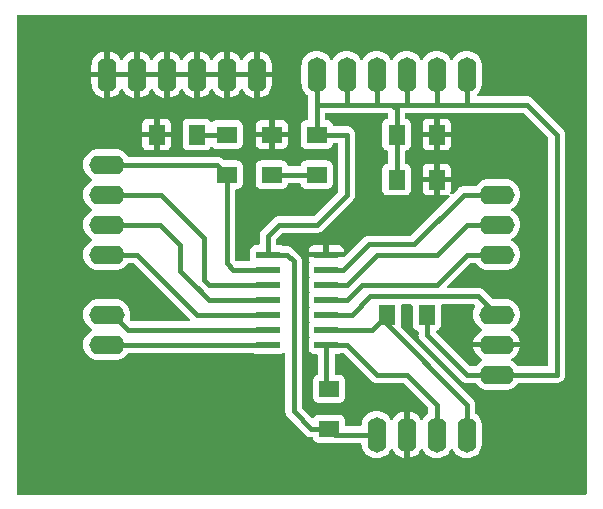
<source format=gbr>
%TF.GenerationSoftware,KiCad,Pcbnew,7.0.9*%
%TF.CreationDate,2023-12-15T12:28:18+01:00*%
%TF.ProjectId,Assignment10,41737369-676e-46d6-956e-7431302e6b69,rev?*%
%TF.SameCoordinates,Original*%
%TF.FileFunction,Copper,L1,Top*%
%TF.FilePolarity,Positive*%
%FSLAX46Y46*%
G04 Gerber Fmt 4.6, Leading zero omitted, Abs format (unit mm)*
G04 Created by KiCad (PCBNEW 7.0.9) date 2023-12-15 12:28:18*
%MOMM*%
%LPD*%
G01*
G04 APERTURE LIST*
%TA.AperFunction,ComponentPad*%
%ADD10O,3.000000X1.600000*%
%TD*%
%TA.AperFunction,ComponentPad*%
%ADD11O,1.600000X3.000000*%
%TD*%
%TA.AperFunction,SMDPad,CuDef*%
%ADD12R,1.400000X1.700000*%
%TD*%
%TA.AperFunction,SMDPad,CuDef*%
%ADD13R,1.700000X1.400000*%
%TD*%
%TA.AperFunction,SMDPad,CuDef*%
%ADD14R,2.000000X0.600000*%
%TD*%
%TA.AperFunction,Conductor*%
%ADD15C,0.400000*%
%TD*%
%TA.AperFunction,Conductor*%
%ADD16C,0.250000*%
%TD*%
G04 APERTURE END LIST*
D10*
%TO.P,UPDI_Connector1,1,Pin_1*%
%TO.N,UPDI*%
X175260000Y-86360000D03*
%TO.P,UPDI_Connector1,2,Pin_2*%
%TO.N,GND*%
X175260000Y-88900000D03*
%TO.P,UPDI_Connector1,3,Pin_3*%
%TO.N,VCC*%
X175260000Y-91440000D03*
%TD*%
%TO.P,I/O2,3,Pin_3*%
%TO.N,Net-(I/O2-Pin_3)*%
X175260000Y-81280000D03*
%TO.P,I/O2,2,Pin_2*%
%TO.N,Net-(I/O2-Pin_2)*%
X175260000Y-78740000D03*
%TO.P,I/O2,1,Pin_1*%
%TO.N,Net-(I/O2-Pin_1)*%
X175260000Y-76200000D03*
%TD*%
%TO.P,I/O1,1,Pin_1*%
%TO.N,Net-(I/O1-Pin_1)*%
X142240000Y-81280000D03*
%TO.P,I/O1,2,Pin_2*%
%TO.N,Net-(I/O1-Pin_2)*%
X142240000Y-78740000D03*
%TO.P,I/O1,3,Pin_3*%
%TO.N,Net-(I/O1-Pin_3)*%
X142240000Y-76200000D03*
%TO.P,I/O1,4,Pin_4*%
%TO.N,PA4*%
X142240000Y-73660000D03*
%TD*%
D11*
%TO.P,I2C1,1,Pin_1*%
%TO.N,SCL*%
X172720000Y-96520000D03*
%TO.P,I2C1,2,Pin_2*%
%TO.N,SDA*%
X170180000Y-96520000D03*
%TO.P,I2C1,3,Pin_3*%
%TO.N,GND*%
X167640000Y-96520000D03*
%TO.P,I2C1,4,Pin_4*%
%TO.N,VCC*%
X165100000Y-96520000D03*
%TD*%
%TO.P,VCC_Rail1,1,Pin_1*%
%TO.N,VCC*%
X160020000Y-66040000D03*
%TO.P,VCC_Rail1,2,Pin_2*%
X162560000Y-66040000D03*
%TO.P,VCC_Rail1,3,Pin_3*%
X165100000Y-66040000D03*
%TO.P,VCC_Rail1,4,Pin_4*%
X167640000Y-66040000D03*
%TO.P,VCC_Rail1,5,Pin_5*%
X170180000Y-66040000D03*
%TO.P,VCC_Rail1,6,Pin_6*%
X172720000Y-66040000D03*
%TD*%
%TO.P,GND_Rail1,1,Pin_1*%
%TO.N,GND*%
X142240000Y-66040000D03*
%TO.P,GND_Rail1,2,Pin_2*%
X144780000Y-66040000D03*
%TO.P,GND_Rail1,3,Pin_3*%
X147320000Y-66040000D03*
%TO.P,GND_Rail1,4,Pin_4*%
X149860000Y-66040000D03*
%TO.P,GND_Rail1,5,Pin_5*%
X152400000Y-66040000D03*
%TO.P,GND_Rail1,6,Pin_6*%
X154940000Y-66040000D03*
%TD*%
D10*
%TO.P,Serial1,1,Pin_1*%
%TO.N,TXD*%
X142240000Y-88900000D03*
%TO.P,Serial1,2,Pin_2*%
%TO.N,RXD*%
X142240000Y-86360000D03*
%TD*%
D12*
%TO.P,C_PWR1,1*%
%TO.N,VCC*%
X166780000Y-74930000D03*
%TO.P,C_PWR1,2*%
%TO.N,GND*%
X170180000Y-74930000D03*
%TD*%
D13*
%TO.P,PWR_LED1,1,K*%
%TO.N,Net-(PWR_LED1-K)*%
X160020000Y-74520000D03*
%TO.P,PWR_LED1,2,A*%
%TO.N,VCC*%
X160020000Y-71120000D03*
%TD*%
D12*
%TO.P,R_SCL1,1*%
%TO.N,SCL*%
X165940000Y-86360000D03*
%TO.P,R_SCL1,2*%
%TO.N,VCC*%
X169340000Y-86360000D03*
%TD*%
%TO.P,R_PA4_LED1,2*%
%TO.N,GND*%
X146460000Y-71120000D03*
%TO.P,R_PA4_LED1,1*%
%TO.N,Net-(PA4_LED1-K)*%
X149860000Y-71120000D03*
%TD*%
D13*
%TO.P,R_SDA1,1*%
%TO.N,VCC*%
X161061700Y-96050774D03*
%TO.P,R_SDA1,2*%
%TO.N,SDA*%
X161061700Y-92650774D03*
%TD*%
%TO.P,R_PWR_LED1,1*%
%TO.N,Net-(PWR_LED1-K)*%
X156210000Y-74520000D03*
%TO.P,R_PWR_LED1,2*%
%TO.N,GND*%
X156210000Y-71120000D03*
%TD*%
D14*
%TO.P,U1,14,GND*%
%TO.N,GND*%
X160835000Y-81280000D03*
%TO.P,U1,13,PA3/SCK*%
%TO.N,Net-(I/O2-Pin_1)*%
X160835000Y-82550000D03*
%TO.P,U1,12,PA2*%
%TO.N,Net-(I/O2-Pin_2)*%
X160835000Y-83820000D03*
%TO.P,U1,11,PA1*%
%TO.N,Net-(I/O2-Pin_3)*%
X160835000Y-85090000D03*
%TO.P,U1,10,~{RESET}/UPDI/PA0*%
%TO.N,UPDI*%
X160835000Y-86360000D03*
%TO.P,U1,9,PB0/SCL*%
%TO.N,SCL*%
X160835000Y-87630000D03*
%TO.P,U1,8,PB1/SDA*%
%TO.N,SDA*%
X160835000Y-88900000D03*
%TO.P,U1,7,PB2/TXD*%
%TO.N,TXD*%
X155885000Y-88900000D03*
%TO.P,U1,6,PB3/RXD*%
%TO.N,RXD*%
X155885000Y-87630000D03*
%TO.P,U1,5,PA7*%
%TO.N,Net-(I/O1-Pin_1)*%
X155885000Y-86360000D03*
%TO.P,U1,4,PA6/DAC*%
%TO.N,Net-(I/O1-Pin_2)*%
X155885000Y-85090000D03*
%TO.P,U1,3,PA5*%
%TO.N,Net-(I/O1-Pin_3)*%
X155885000Y-83820000D03*
%TO.P,U1,2,PA4*%
%TO.N,PA4*%
X155885000Y-82550000D03*
%TO.P,U1,1,VCC*%
%TO.N,VCC*%
X155885000Y-81280000D03*
%TD*%
D13*
%TO.P,PA4_LED1,2,A*%
%TO.N,PA4*%
X152400000Y-74520000D03*
%TO.P,PA4_LED1,1,K*%
%TO.N,Net-(PA4_LED1-K)*%
X152400000Y-71120000D03*
%TD*%
D12*
%TO.P,C_PWR2,1*%
%TO.N,VCC*%
X166780000Y-71120000D03*
%TO.P,C_PWR2,2*%
%TO.N,GND*%
X170180000Y-71120000D03*
%TD*%
D15*
%TO.N,VCC*%
X166780000Y-68990000D02*
X166370000Y-68580000D01*
X162560000Y-68580000D02*
X166370000Y-68580000D01*
X166370000Y-68580000D02*
X167640000Y-68580000D01*
X166780000Y-68990000D02*
X166780000Y-71120000D01*
%TO.N,Net-(PWR_LED1-K)*%
X160020000Y-74520000D02*
X156210000Y-74520000D01*
%TO.N,Net-(I/O2-Pin_1)*%
X172459817Y-76200000D02*
X175260000Y-76200000D01*
X168279817Y-80380000D02*
X172459817Y-76200000D01*
X164435000Y-80380000D02*
X168279817Y-80380000D01*
X162265000Y-82550000D02*
X164435000Y-80380000D01*
X160835000Y-82550000D02*
X162265000Y-82550000D01*
%TO.N,VCC*%
X166780000Y-71120000D02*
X166780000Y-74930000D01*
%TO.N,Net-(I/O2-Pin_1)*%
X173990000Y-76200000D02*
X175563382Y-76200000D01*
%TO.N,Net-(I/O2-Pin_3)*%
X175260000Y-81280000D02*
X172720000Y-81280000D01*
X170180000Y-83820000D02*
X163832792Y-83820000D01*
X172720000Y-81280000D02*
X170180000Y-83820000D01*
%TO.N,Net-(I/O2-Pin_2)*%
X175260000Y-78740000D02*
X172720000Y-78740000D01*
X172720000Y-78740000D02*
X170180000Y-81280000D01*
X165100000Y-81280000D02*
X170180000Y-81280000D01*
%TO.N,Net-(I/O1-Pin_1)*%
X149860000Y-86360000D02*
X155885000Y-86360000D01*
X144780000Y-81280000D02*
X149860000Y-86360000D01*
X142240000Y-81280000D02*
X144780000Y-81280000D01*
%TO.N,Net-(I/O1-Pin_2)*%
X149617186Y-83820000D02*
X149617186Y-83822017D01*
X148458808Y-80487938D02*
X148458808Y-82661622D01*
X148458808Y-82661622D02*
X149617186Y-83820000D01*
X146710870Y-78740000D02*
X148458808Y-80487938D01*
X142240000Y-78740000D02*
X146710870Y-78740000D01*
X149617186Y-83822017D02*
X150191494Y-84396325D01*
X150885169Y-85090000D02*
X155885000Y-85090000D01*
X149617186Y-83822017D02*
X150885169Y-85090000D01*
%TO.N,PA4*%
X142288056Y-73708056D02*
X142240000Y-73660000D01*
X151588056Y-73708056D02*
X142288056Y-73708056D01*
X152400000Y-74520000D02*
X151588056Y-73708056D01*
%TO.N,VCC*%
X159550774Y-96050774D02*
X161061700Y-96050774D01*
X158062646Y-94562646D02*
X159550774Y-96050774D01*
X157480000Y-81280000D02*
X158062646Y-81862646D01*
X158062646Y-81862646D02*
X158062646Y-94562646D01*
X155885000Y-81280000D02*
X157480000Y-81280000D01*
%TO.N,PA4*%
X152954934Y-82550000D02*
X155885000Y-82550000D01*
X152400000Y-81995066D02*
X152954934Y-82550000D01*
X152400000Y-74520000D02*
X152400000Y-81995066D01*
%TO.N,Net-(I/O1-Pin_3)*%
X146832208Y-76200000D02*
X150517186Y-79884978D01*
X150517186Y-83449225D02*
X150887961Y-83820000D01*
X150887961Y-83820000D02*
X155885000Y-83820000D01*
X142240000Y-76200000D02*
X146832208Y-76200000D01*
X150517186Y-79884978D02*
X150517186Y-83449225D01*
%TO.N,VCC*%
X161061700Y-96050774D02*
X161530926Y-96520000D01*
X161530926Y-96520000D02*
X165100000Y-96520000D01*
%TO.N,SDA*%
X160835000Y-92424074D02*
X160835000Y-88900000D01*
X161061700Y-92650774D02*
X160835000Y-92424074D01*
X167640000Y-91440000D02*
X170180000Y-93980000D01*
X170180000Y-93980000D02*
X170180000Y-96520000D01*
X162560000Y-88900000D02*
X165100000Y-91440000D01*
X165100000Y-91440000D02*
X167640000Y-91440000D01*
X160835000Y-88900000D02*
X162560000Y-88900000D01*
%TO.N,SCL*%
X172720000Y-93980000D02*
X172720000Y-96520000D01*
X165940000Y-87200000D02*
X172720000Y-93980000D01*
X165940000Y-86360000D02*
X165940000Y-87200000D01*
%TO.N,VCC*%
X172720000Y-91440000D02*
X175260000Y-91440000D01*
X169340000Y-88060000D02*
X172720000Y-91440000D01*
X169340000Y-86360000D02*
X169340000Y-88060000D01*
%TO.N,SCL*%
X164670000Y-87630000D02*
X165940000Y-86360000D01*
X160835000Y-87630000D02*
X164670000Y-87630000D01*
%TO.N,RXD*%
X144010000Y-87630000D02*
X155885000Y-87630000D01*
X142240000Y-86360000D02*
X142740000Y-86360000D01*
X142740000Y-86360000D02*
X144010000Y-87630000D01*
%TO.N,VCC*%
X156830000Y-78740000D02*
X155885000Y-79685000D01*
X160020000Y-78740000D02*
X156830000Y-78740000D01*
X155885000Y-79685000D02*
X155885000Y-81280000D01*
X162560000Y-76200000D02*
X160020000Y-78740000D01*
X162560000Y-71120000D02*
X162560000Y-76200000D01*
X160020000Y-71120000D02*
X162560000Y-71120000D01*
%TO.N,Net-(PA4_LED1-K)*%
X149860000Y-71120000D02*
X152400000Y-71120000D01*
%TO.N,VCC*%
X180340000Y-91440000D02*
X175260000Y-91440000D01*
X180340000Y-71120000D02*
X180340000Y-91440000D01*
X177800000Y-68580000D02*
X180340000Y-71120000D01*
X172720000Y-68580000D02*
X177800000Y-68580000D01*
X160020000Y-68580000D02*
X162560000Y-68580000D01*
X170180000Y-68580000D02*
X167640000Y-68580000D01*
X172720000Y-66040000D02*
X172720000Y-68580000D01*
X170180000Y-66040000D02*
X170180000Y-68580000D01*
X165100000Y-66040000D02*
X165100000Y-68580000D01*
X160020000Y-66040000D02*
X160020000Y-68580000D01*
X162560000Y-66040000D02*
X162560000Y-68580000D01*
X160020000Y-68580000D02*
X160020000Y-71120000D01*
X172720000Y-68580000D02*
X170180000Y-68580000D01*
X167640000Y-66040000D02*
X167640000Y-68580000D01*
D16*
%TO.N,PA4*%
X155185000Y-82550000D02*
X155885000Y-82550000D01*
D15*
%TO.N,Net-(I/O2-Pin_2)*%
X162560000Y-83820000D02*
X165100000Y-81280000D01*
X160835000Y-83820000D02*
X162560000Y-83820000D01*
%TO.N,Net-(I/O2-Pin_3)*%
X162562792Y-85090000D02*
X160835000Y-85090000D01*
X163832792Y-83820000D02*
X162562792Y-85090000D01*
%TO.N,TXD*%
X142240000Y-88900000D02*
X155885000Y-88900000D01*
%TO.N,UPDI*%
X164540000Y-84810000D02*
X173710000Y-84810000D01*
X173710000Y-84810000D02*
X175260000Y-86360000D01*
X160835000Y-86360000D02*
X162990000Y-86360000D01*
X162990000Y-86360000D02*
X164540000Y-84810000D01*
%TD*%
%TA.AperFunction,Conductor*%
%TO.N,GND*%
G36*
X166022539Y-69300185D02*
G01*
X166068294Y-69352989D01*
X166079500Y-69404500D01*
X166079500Y-69653023D01*
X166059815Y-69720062D01*
X166007011Y-69765817D01*
X165979865Y-69773266D01*
X165980068Y-69774124D01*
X165972520Y-69775907D01*
X165837671Y-69826202D01*
X165837664Y-69826206D01*
X165722455Y-69912452D01*
X165722452Y-69912455D01*
X165636206Y-70027664D01*
X165636202Y-70027671D01*
X165585908Y-70162517D01*
X165579501Y-70222116D01*
X165579501Y-70222123D01*
X165579500Y-70222135D01*
X165579500Y-72017870D01*
X165579501Y-72017876D01*
X165585908Y-72077483D01*
X165636202Y-72212328D01*
X165636206Y-72212335D01*
X165722452Y-72327544D01*
X165722455Y-72327547D01*
X165837664Y-72413793D01*
X165837671Y-72413797D01*
X165972517Y-72464091D01*
X165980062Y-72465874D01*
X165979523Y-72468151D01*
X166033287Y-72490408D01*
X166073147Y-72547793D01*
X166079500Y-72586975D01*
X166079500Y-73463023D01*
X166059815Y-73530062D01*
X166007011Y-73575817D01*
X165979865Y-73583266D01*
X165980068Y-73584124D01*
X165972520Y-73585907D01*
X165837671Y-73636202D01*
X165837664Y-73636206D01*
X165722455Y-73722452D01*
X165722452Y-73722455D01*
X165636206Y-73837664D01*
X165636202Y-73837671D01*
X165585908Y-73972517D01*
X165579501Y-74032116D01*
X165579501Y-74032123D01*
X165579500Y-74032135D01*
X165579500Y-75827870D01*
X165579501Y-75827876D01*
X165585908Y-75887483D01*
X165636202Y-76022328D01*
X165636206Y-76022335D01*
X165722452Y-76137544D01*
X165722455Y-76137547D01*
X165837664Y-76223793D01*
X165837671Y-76223797D01*
X165972517Y-76274091D01*
X165972516Y-76274091D01*
X165979444Y-76274835D01*
X166032127Y-76280500D01*
X167527872Y-76280499D01*
X167587483Y-76274091D01*
X167722331Y-76223796D01*
X167837546Y-76137546D01*
X167923796Y-76022331D01*
X167974091Y-75887483D01*
X167980500Y-75827873D01*
X167980499Y-75180000D01*
X168980000Y-75180000D01*
X168980000Y-75827844D01*
X168986401Y-75887372D01*
X168986403Y-75887379D01*
X169036645Y-76022086D01*
X169036649Y-76022093D01*
X169122809Y-76137187D01*
X169122812Y-76137190D01*
X169237906Y-76223350D01*
X169237913Y-76223354D01*
X169372620Y-76273596D01*
X169372627Y-76273598D01*
X169432155Y-76279999D01*
X169432172Y-76280000D01*
X169930000Y-76280000D01*
X169930000Y-75180000D01*
X168980000Y-75180000D01*
X167980499Y-75180000D01*
X167980499Y-74680000D01*
X168980000Y-74680000D01*
X169930000Y-74680000D01*
X169930000Y-73580000D01*
X170430000Y-73580000D01*
X170430000Y-74680000D01*
X171380000Y-74680000D01*
X171380000Y-74032172D01*
X171379999Y-74032155D01*
X171373598Y-73972627D01*
X171373596Y-73972620D01*
X171323354Y-73837913D01*
X171323350Y-73837906D01*
X171237190Y-73722812D01*
X171237187Y-73722809D01*
X171122093Y-73636649D01*
X171122086Y-73636645D01*
X170987379Y-73586403D01*
X170987372Y-73586401D01*
X170927844Y-73580000D01*
X170430000Y-73580000D01*
X169930000Y-73580000D01*
X169432155Y-73580000D01*
X169372627Y-73586401D01*
X169372620Y-73586403D01*
X169237913Y-73636645D01*
X169237906Y-73636649D01*
X169122812Y-73722809D01*
X169122809Y-73722812D01*
X169036649Y-73837906D01*
X169036645Y-73837913D01*
X168986403Y-73972620D01*
X168986401Y-73972627D01*
X168980000Y-74032155D01*
X168980000Y-74680000D01*
X167980499Y-74680000D01*
X167980499Y-74032128D01*
X167974091Y-73972517D01*
X167942082Y-73886697D01*
X167923797Y-73837671D01*
X167923793Y-73837664D01*
X167837547Y-73722455D01*
X167837544Y-73722452D01*
X167722335Y-73636206D01*
X167722328Y-73636202D01*
X167587482Y-73585908D01*
X167579938Y-73584126D01*
X167580474Y-73581853D01*
X167526688Y-73559571D01*
X167486843Y-73502177D01*
X167480500Y-73463024D01*
X167480500Y-72586976D01*
X167500185Y-72519937D01*
X167552989Y-72474182D01*
X167580135Y-72466736D01*
X167579932Y-72465876D01*
X167587479Y-72464092D01*
X167587481Y-72464091D01*
X167587483Y-72464091D01*
X167722331Y-72413796D01*
X167837546Y-72327546D01*
X167923796Y-72212331D01*
X167974091Y-72077483D01*
X167980500Y-72017873D01*
X167980499Y-71370000D01*
X168980000Y-71370000D01*
X168980000Y-72017844D01*
X168986401Y-72077372D01*
X168986403Y-72077379D01*
X169036645Y-72212086D01*
X169036649Y-72212093D01*
X169122809Y-72327187D01*
X169122812Y-72327190D01*
X169237906Y-72413350D01*
X169237913Y-72413354D01*
X169372620Y-72463596D01*
X169372627Y-72463598D01*
X169432155Y-72469999D01*
X169432172Y-72470000D01*
X169930000Y-72470000D01*
X169930000Y-71370000D01*
X170430000Y-71370000D01*
X170430000Y-72470000D01*
X170927828Y-72470000D01*
X170927844Y-72469999D01*
X170987372Y-72463598D01*
X170987379Y-72463596D01*
X171122086Y-72413354D01*
X171122093Y-72413350D01*
X171237187Y-72327190D01*
X171237190Y-72327187D01*
X171323350Y-72212093D01*
X171323354Y-72212086D01*
X171373596Y-72077379D01*
X171373598Y-72077372D01*
X171379999Y-72017844D01*
X171380000Y-72017827D01*
X171380000Y-71370000D01*
X170430000Y-71370000D01*
X169930000Y-71370000D01*
X168980000Y-71370000D01*
X167980499Y-71370000D01*
X167980499Y-70870000D01*
X168980000Y-70870000D01*
X169930000Y-70870000D01*
X169930000Y-69770000D01*
X170430000Y-69770000D01*
X170430000Y-70870000D01*
X171380000Y-70870000D01*
X171380000Y-70222172D01*
X171379999Y-70222155D01*
X171373598Y-70162627D01*
X171373596Y-70162620D01*
X171323354Y-70027913D01*
X171323350Y-70027906D01*
X171237190Y-69912812D01*
X171237187Y-69912809D01*
X171122093Y-69826649D01*
X171122086Y-69826645D01*
X170987379Y-69776403D01*
X170987372Y-69776401D01*
X170927844Y-69770000D01*
X170430000Y-69770000D01*
X169930000Y-69770000D01*
X169432155Y-69770000D01*
X169372627Y-69776401D01*
X169372620Y-69776403D01*
X169237913Y-69826645D01*
X169237906Y-69826649D01*
X169122812Y-69912809D01*
X169122809Y-69912812D01*
X169036649Y-70027906D01*
X169036645Y-70027913D01*
X168986403Y-70162620D01*
X168986401Y-70162627D01*
X168980000Y-70222155D01*
X168980000Y-70870000D01*
X167980499Y-70870000D01*
X167980499Y-70222128D01*
X167974091Y-70162517D01*
X167941977Y-70076416D01*
X167923797Y-70027671D01*
X167923793Y-70027664D01*
X167837547Y-69912455D01*
X167837544Y-69912452D01*
X167722335Y-69826206D01*
X167722328Y-69826202D01*
X167587482Y-69775908D01*
X167579938Y-69774126D01*
X167580474Y-69771853D01*
X167526688Y-69749571D01*
X167486843Y-69692177D01*
X167480500Y-69653024D01*
X167480500Y-69404500D01*
X167500185Y-69337461D01*
X167552989Y-69291706D01*
X167604500Y-69280500D01*
X170094944Y-69280500D01*
X170137628Y-69280500D01*
X172634944Y-69280500D01*
X172677628Y-69280500D01*
X177458481Y-69280500D01*
X177525520Y-69300185D01*
X177546162Y-69316819D01*
X179603181Y-71373838D01*
X179636666Y-71435161D01*
X179639500Y-71461519D01*
X179639500Y-90615500D01*
X179619815Y-90682539D01*
X179567011Y-90728294D01*
X179515500Y-90739500D01*
X177121673Y-90739500D01*
X177054634Y-90719815D01*
X177020098Y-90686623D01*
X176960045Y-90600858D01*
X176799141Y-90439954D01*
X176612734Y-90309432D01*
X176612732Y-90309431D01*
X176601275Y-90304088D01*
X176554132Y-90282105D01*
X176501694Y-90235934D01*
X176482542Y-90168740D01*
X176502758Y-90101859D01*
X176554134Y-90057341D01*
X176612484Y-90030132D01*
X176798820Y-89899657D01*
X176959657Y-89738820D01*
X177090134Y-89552482D01*
X177186265Y-89346326D01*
X177186269Y-89346317D01*
X177238872Y-89150000D01*
X175919329Y-89150000D01*
X175960000Y-88984995D01*
X175960000Y-88815005D01*
X175919329Y-88650000D01*
X177238872Y-88650000D01*
X177238872Y-88649999D01*
X177186269Y-88453682D01*
X177186265Y-88453673D01*
X177090134Y-88247517D01*
X176959657Y-88061179D01*
X176798820Y-87900342D01*
X176612482Y-87769865D01*
X176554133Y-87742657D01*
X176501694Y-87696484D01*
X176482542Y-87629291D01*
X176502758Y-87562410D01*
X176554129Y-87517895D01*
X176612734Y-87490568D01*
X176799139Y-87360047D01*
X176960047Y-87199139D01*
X177090568Y-87012734D01*
X177186739Y-86806496D01*
X177245635Y-86586692D01*
X177265468Y-86360000D01*
X177245635Y-86133308D01*
X177186739Y-85913504D01*
X177090568Y-85707266D01*
X176960047Y-85520861D01*
X176960045Y-85520858D01*
X176799141Y-85359954D01*
X176612734Y-85229432D01*
X176612732Y-85229431D01*
X176406497Y-85133261D01*
X176406488Y-85133258D01*
X176186697Y-85074366D01*
X176186687Y-85074364D01*
X176016784Y-85059500D01*
X175001519Y-85059500D01*
X174934480Y-85039815D01*
X174913838Y-85023181D01*
X174573170Y-84682513D01*
X174221598Y-84330941D01*
X174219064Y-84328250D01*
X174177929Y-84281817D01*
X174177928Y-84281816D01*
X174177924Y-84281812D01*
X174126896Y-84246591D01*
X174123887Y-84244377D01*
X174075060Y-84206124D01*
X174075055Y-84206120D01*
X174065813Y-84201961D01*
X174046266Y-84190936D01*
X174037931Y-84185183D01*
X174037932Y-84185183D01*
X174037930Y-84185182D01*
X173979941Y-84163189D01*
X173976490Y-84161759D01*
X173919930Y-84136304D01*
X173909946Y-84134474D01*
X173888343Y-84128451D01*
X173878874Y-84124860D01*
X173878870Y-84124859D01*
X173817313Y-84117384D01*
X173813612Y-84116821D01*
X173752608Y-84105642D01*
X173752603Y-84105642D01*
X173690697Y-84109387D01*
X173686952Y-84109500D01*
X171180519Y-84109500D01*
X171113480Y-84089815D01*
X171067725Y-84037011D01*
X171057781Y-83967853D01*
X171086806Y-83904297D01*
X171092838Y-83897819D01*
X172973838Y-82016819D01*
X173035161Y-81983334D01*
X173061519Y-81980500D01*
X173398327Y-81980500D01*
X173465366Y-82000185D01*
X173499902Y-82033377D01*
X173559954Y-82119141D01*
X173720858Y-82280045D01*
X173720861Y-82280047D01*
X173907266Y-82410568D01*
X174113504Y-82506739D01*
X174333308Y-82565635D01*
X174503216Y-82580500D01*
X176016784Y-82580500D01*
X176186692Y-82565635D01*
X176406496Y-82506739D01*
X176612734Y-82410568D01*
X176799139Y-82280047D01*
X176960047Y-82119139D01*
X177090568Y-81932734D01*
X177186739Y-81726496D01*
X177245635Y-81506692D01*
X177265468Y-81280000D01*
X177245635Y-81053308D01*
X177186739Y-80833504D01*
X177090568Y-80627266D01*
X176960047Y-80440861D01*
X176960045Y-80440858D01*
X176799141Y-80279954D01*
X176612734Y-80149432D01*
X176612728Y-80149429D01*
X176555804Y-80122885D01*
X176554724Y-80122381D01*
X176502285Y-80076210D01*
X176483133Y-80009017D01*
X176503348Y-79942135D01*
X176554725Y-79897618D01*
X176612734Y-79870568D01*
X176799139Y-79740047D01*
X176960047Y-79579139D01*
X177090568Y-79392734D01*
X177186739Y-79186496D01*
X177245635Y-78966692D01*
X177265468Y-78740000D01*
X177245635Y-78513308D01*
X177186739Y-78293504D01*
X177090568Y-78087266D01*
X176960047Y-77900861D01*
X176960045Y-77900858D01*
X176799141Y-77739954D01*
X176612734Y-77609432D01*
X176612728Y-77609429D01*
X176554725Y-77582382D01*
X176502285Y-77536210D01*
X176483133Y-77469017D01*
X176503348Y-77402135D01*
X176554725Y-77357618D01*
X176612734Y-77330568D01*
X176799139Y-77200047D01*
X176960047Y-77039139D01*
X177090568Y-76852734D01*
X177186739Y-76646496D01*
X177245635Y-76426692D01*
X177265468Y-76200000D01*
X177245635Y-75973308D01*
X177186739Y-75753504D01*
X177090568Y-75547266D01*
X176960047Y-75360861D01*
X176960045Y-75360858D01*
X176799141Y-75199954D01*
X176612734Y-75069432D01*
X176612732Y-75069431D01*
X176406497Y-74973261D01*
X176406488Y-74973258D01*
X176186697Y-74914366D01*
X176186687Y-74914364D01*
X176016784Y-74899500D01*
X174503216Y-74899500D01*
X174333312Y-74914364D01*
X174333302Y-74914366D01*
X174113511Y-74973258D01*
X174113502Y-74973261D01*
X173907267Y-75069431D01*
X173907265Y-75069432D01*
X173720858Y-75199954D01*
X173559954Y-75360858D01*
X173499902Y-75446623D01*
X173445325Y-75490248D01*
X173398327Y-75499500D01*
X172482865Y-75499500D01*
X172479120Y-75499387D01*
X172417213Y-75495642D01*
X172417206Y-75495642D01*
X172356203Y-75506821D01*
X172352502Y-75507384D01*
X172290945Y-75514859D01*
X172290938Y-75514861D01*
X172281464Y-75518454D01*
X172259866Y-75524475D01*
X172249886Y-75526304D01*
X172193336Y-75551755D01*
X172189877Y-75553188D01*
X172131888Y-75575181D01*
X172131883Y-75575184D01*
X172123539Y-75580943D01*
X172104004Y-75591961D01*
X172094764Y-75596120D01*
X172094762Y-75596121D01*
X172045953Y-75634359D01*
X172042939Y-75636576D01*
X171991887Y-75671817D01*
X171991885Y-75671818D01*
X171950759Y-75718240D01*
X171948192Y-75720966D01*
X171533855Y-76135304D01*
X171472532Y-76168789D01*
X171402841Y-76163805D01*
X171346907Y-76121934D01*
X171322490Y-76056469D01*
X171329992Y-76004290D01*
X171373596Y-75887379D01*
X171373598Y-75887372D01*
X171379999Y-75827844D01*
X171380000Y-75827827D01*
X171380000Y-75180000D01*
X170430000Y-75180000D01*
X170430000Y-76280000D01*
X170927828Y-76280000D01*
X170927844Y-76279999D01*
X170987372Y-76273598D01*
X170987376Y-76273597D01*
X171104289Y-76229991D01*
X171173981Y-76225007D01*
X171235304Y-76258491D01*
X171268789Y-76319814D01*
X171263805Y-76389506D01*
X171235304Y-76433854D01*
X168025979Y-79643181D01*
X167964656Y-79676666D01*
X167938298Y-79679500D01*
X164458036Y-79679500D01*
X164454292Y-79679387D01*
X164392397Y-79675643D01*
X164392390Y-79675643D01*
X164331402Y-79686819D01*
X164327701Y-79687382D01*
X164266125Y-79694860D01*
X164256642Y-79698456D01*
X164235038Y-79704478D01*
X164233535Y-79704754D01*
X164225065Y-79706306D01*
X164225063Y-79706307D01*
X164168527Y-79731752D01*
X164165069Y-79733184D01*
X164107069Y-79755182D01*
X164098724Y-79760942D01*
X164079183Y-79771964D01*
X164069944Y-79776122D01*
X164069939Y-79776125D01*
X164021121Y-79814370D01*
X164018106Y-79816589D01*
X163967072Y-79851816D01*
X163967065Y-79851822D01*
X163925942Y-79898240D01*
X163923375Y-79900966D01*
X162330661Y-81493681D01*
X162269338Y-81527166D01*
X162242980Y-81530000D01*
X159335000Y-81530000D01*
X159335000Y-81627844D01*
X159341401Y-81687372D01*
X159341403Y-81687379D01*
X159391645Y-81822086D01*
X159391648Y-81822092D01*
X159405259Y-81840274D01*
X159429675Y-81905739D01*
X159414822Y-81974012D01*
X159405260Y-81988892D01*
X159391203Y-82007670D01*
X159391202Y-82007671D01*
X159340910Y-82142513D01*
X159340909Y-82142517D01*
X159334500Y-82202127D01*
X159334500Y-82202134D01*
X159334500Y-82202135D01*
X159334500Y-82897870D01*
X159334501Y-82897876D01*
X159340908Y-82957483D01*
X159391202Y-83092328D01*
X159391205Y-83092334D01*
X159404947Y-83110691D01*
X159429363Y-83176156D01*
X159414510Y-83244429D01*
X159404947Y-83259309D01*
X159391205Y-83277665D01*
X159391202Y-83277671D01*
X159340910Y-83412513D01*
X159340909Y-83412517D01*
X159334500Y-83472127D01*
X159334500Y-83472134D01*
X159334500Y-83472135D01*
X159334500Y-84167870D01*
X159334501Y-84167876D01*
X159340908Y-84227483D01*
X159391202Y-84362328D01*
X159391205Y-84362334D01*
X159404947Y-84380691D01*
X159429363Y-84446156D01*
X159414510Y-84514429D01*
X159404947Y-84529309D01*
X159391205Y-84547665D01*
X159391202Y-84547671D01*
X159340910Y-84682513D01*
X159340909Y-84682517D01*
X159334500Y-84742127D01*
X159334500Y-84742134D01*
X159334500Y-84742135D01*
X159334500Y-85437870D01*
X159334501Y-85437876D01*
X159340908Y-85497483D01*
X159391202Y-85632328D01*
X159391205Y-85632334D01*
X159404947Y-85650691D01*
X159429363Y-85716156D01*
X159414510Y-85784429D01*
X159404947Y-85799309D01*
X159391205Y-85817665D01*
X159391202Y-85817671D01*
X159355457Y-85913511D01*
X159340909Y-85952517D01*
X159334500Y-86012127D01*
X159334500Y-86012134D01*
X159334500Y-86012135D01*
X159334500Y-86707870D01*
X159334501Y-86707876D01*
X159340908Y-86767483D01*
X159391202Y-86902328D01*
X159391205Y-86902334D01*
X159404947Y-86920691D01*
X159429363Y-86986156D01*
X159414510Y-87054429D01*
X159404947Y-87069309D01*
X159391205Y-87087665D01*
X159391202Y-87087671D01*
X159340910Y-87222513D01*
X159340909Y-87222517D01*
X159334500Y-87282127D01*
X159334500Y-87282134D01*
X159334500Y-87282135D01*
X159334500Y-87977870D01*
X159334501Y-87977876D01*
X159340908Y-88037483D01*
X159391202Y-88172328D01*
X159391205Y-88172334D01*
X159404947Y-88190691D01*
X159429363Y-88256156D01*
X159414510Y-88324429D01*
X159404947Y-88339309D01*
X159391205Y-88357665D01*
X159391202Y-88357671D01*
X159340910Y-88492513D01*
X159340909Y-88492517D01*
X159334500Y-88552127D01*
X159334500Y-88552134D01*
X159334500Y-88552135D01*
X159334500Y-89247870D01*
X159334501Y-89247876D01*
X159340908Y-89307483D01*
X159391202Y-89442328D01*
X159391206Y-89442335D01*
X159477452Y-89557544D01*
X159477455Y-89557547D01*
X159592664Y-89643793D01*
X159592671Y-89643797D01*
X159618357Y-89653377D01*
X159727517Y-89694091D01*
X159787127Y-89700500D01*
X160010500Y-89700499D01*
X160077539Y-89720183D01*
X160123294Y-89772987D01*
X160134500Y-89824499D01*
X160134500Y-91359292D01*
X160114815Y-91426331D01*
X160062011Y-91472086D01*
X160053834Y-91475474D01*
X159969369Y-91506977D01*
X159969364Y-91506980D01*
X159854155Y-91593226D01*
X159854152Y-91593229D01*
X159767906Y-91708438D01*
X159767902Y-91708445D01*
X159717608Y-91843291D01*
X159714104Y-91875890D01*
X159711201Y-91902897D01*
X159711200Y-91902909D01*
X159711200Y-93398644D01*
X159711201Y-93398650D01*
X159717608Y-93458257D01*
X159767902Y-93593102D01*
X159767906Y-93593109D01*
X159854152Y-93708318D01*
X159854155Y-93708321D01*
X159969364Y-93794567D01*
X159969371Y-93794571D01*
X160104217Y-93844865D01*
X160104216Y-93844865D01*
X160111144Y-93845609D01*
X160163827Y-93851274D01*
X161959572Y-93851273D01*
X162019183Y-93844865D01*
X162154031Y-93794570D01*
X162269246Y-93708320D01*
X162355496Y-93593105D01*
X162405791Y-93458257D01*
X162412200Y-93398647D01*
X162412199Y-91902902D01*
X162405791Y-91843291D01*
X162404881Y-91840852D01*
X162355497Y-91708445D01*
X162355493Y-91708438D01*
X162269247Y-91593229D01*
X162269244Y-91593226D01*
X162154035Y-91506980D01*
X162154028Y-91506976D01*
X162019182Y-91456682D01*
X162019183Y-91456682D01*
X161959583Y-91450275D01*
X161959581Y-91450274D01*
X161959573Y-91450274D01*
X161959565Y-91450274D01*
X161659500Y-91450274D01*
X161592461Y-91430589D01*
X161546706Y-91377785D01*
X161535500Y-91326274D01*
X161535500Y-89824499D01*
X161555185Y-89757460D01*
X161607989Y-89711705D01*
X161659500Y-89700499D01*
X161882871Y-89700499D01*
X161882872Y-89700499D01*
X161942483Y-89694091D01*
X162077331Y-89643796D01*
X162102128Y-89625233D01*
X162167592Y-89600816D01*
X162176439Y-89600500D01*
X162218481Y-89600500D01*
X162285520Y-89620185D01*
X162306162Y-89636819D01*
X164588399Y-91919056D01*
X164590935Y-91921750D01*
X164632071Y-91968183D01*
X164663431Y-91989829D01*
X164683110Y-92003413D01*
X164686127Y-92005633D01*
X164734938Y-92043874D01*
X164734943Y-92043877D01*
X164744174Y-92048031D01*
X164763727Y-92059059D01*
X164772070Y-92064818D01*
X164816583Y-92081699D01*
X164830057Y-92086809D01*
X164833512Y-92088239D01*
X164859175Y-92099790D01*
X164890063Y-92113692D01*
X164890064Y-92113692D01*
X164890068Y-92113694D01*
X164900030Y-92115519D01*
X164921651Y-92121546D01*
X164931125Y-92125139D01*
X164931128Y-92125140D01*
X164947871Y-92127173D01*
X164992689Y-92132615D01*
X164996386Y-92133177D01*
X165057394Y-92144357D01*
X165057395Y-92144356D01*
X165057396Y-92144357D01*
X165119292Y-92140613D01*
X165123036Y-92140500D01*
X167298481Y-92140500D01*
X167365520Y-92160185D01*
X167386162Y-92176819D01*
X169443181Y-94233838D01*
X169476666Y-94295161D01*
X169479500Y-94321519D01*
X169479500Y-94658326D01*
X169459815Y-94725365D01*
X169426624Y-94759901D01*
X169340863Y-94819951D01*
X169179951Y-94980862D01*
X169049433Y-95167264D01*
X169049432Y-95167266D01*
X169049315Y-95167518D01*
X169022106Y-95225867D01*
X168975933Y-95278306D01*
X168908739Y-95297457D01*
X168841858Y-95277241D01*
X168797342Y-95225865D01*
X168770135Y-95167520D01*
X168770134Y-95167518D01*
X168639657Y-94981179D01*
X168478820Y-94820342D01*
X168292482Y-94689865D01*
X168086328Y-94593734D01*
X167890000Y-94541127D01*
X167890000Y-95866162D01*
X167808751Y-95835349D01*
X167682340Y-95820000D01*
X167597660Y-95820000D01*
X167471249Y-95835349D01*
X167390000Y-95866162D01*
X167390000Y-94541127D01*
X167193671Y-94593734D01*
X166987517Y-94689865D01*
X166801179Y-94820342D01*
X166640342Y-94981179D01*
X166509867Y-95167515D01*
X166482657Y-95225867D01*
X166436484Y-95278306D01*
X166369290Y-95297457D01*
X166302409Y-95277241D01*
X166257893Y-95225865D01*
X166230685Y-95167518D01*
X166230568Y-95167266D01*
X166100047Y-94980861D01*
X166100045Y-94980858D01*
X165939141Y-94819954D01*
X165752734Y-94689432D01*
X165752732Y-94689431D01*
X165546497Y-94593261D01*
X165546488Y-94593258D01*
X165326697Y-94534366D01*
X165326693Y-94534365D01*
X165326692Y-94534365D01*
X165326691Y-94534364D01*
X165326686Y-94534364D01*
X165100002Y-94514532D01*
X165099998Y-94514532D01*
X164873313Y-94534364D01*
X164873302Y-94534366D01*
X164653511Y-94593258D01*
X164653502Y-94593261D01*
X164447267Y-94689431D01*
X164447265Y-94689432D01*
X164260858Y-94819954D01*
X164099954Y-94980858D01*
X163969432Y-95167265D01*
X163969431Y-95167267D01*
X163873261Y-95373502D01*
X163873258Y-95373511D01*
X163814366Y-95593302D01*
X163814364Y-95593313D01*
X163804479Y-95706307D01*
X163779027Y-95771376D01*
X163722436Y-95812355D01*
X163680951Y-95819500D01*
X162536199Y-95819500D01*
X162469160Y-95799815D01*
X162423405Y-95747011D01*
X162412199Y-95695500D01*
X162412199Y-95302903D01*
X162412198Y-95302897D01*
X162411613Y-95297457D01*
X162405791Y-95243291D01*
X162401352Y-95231390D01*
X162355497Y-95108445D01*
X162355493Y-95108438D01*
X162269247Y-94993229D01*
X162269244Y-94993226D01*
X162154035Y-94906980D01*
X162154028Y-94906976D01*
X162019182Y-94856682D01*
X162019183Y-94856682D01*
X161959583Y-94850275D01*
X161959581Y-94850274D01*
X161959573Y-94850274D01*
X161959564Y-94850274D01*
X160163829Y-94850274D01*
X160163823Y-94850275D01*
X160104216Y-94856682D01*
X159969371Y-94906976D01*
X159969364Y-94906980D01*
X159854155Y-94993226D01*
X159781394Y-95090421D01*
X159725460Y-95132291D01*
X159655768Y-95137275D01*
X159594447Y-95103790D01*
X158799465Y-94308808D01*
X158765980Y-94247485D01*
X158763146Y-94221127D01*
X158763146Y-81885693D01*
X158763259Y-81881948D01*
X158767004Y-81820040D01*
X158755821Y-81759017D01*
X158755259Y-81755320D01*
X158751758Y-81726488D01*
X158747786Y-81693774D01*
X158744194Y-81684302D01*
X158738167Y-81662680D01*
X158736341Y-81652717D01*
X158736341Y-81652715D01*
X158710869Y-81596120D01*
X158709458Y-81592711D01*
X158687464Y-81534716D01*
X158681709Y-81526379D01*
X158670682Y-81506828D01*
X158666525Y-81497592D01*
X158666524Y-81497589D01*
X158648933Y-81475136D01*
X158628276Y-81448768D01*
X158626056Y-81445752D01*
X158590828Y-81394716D01*
X158585794Y-81390256D01*
X158544396Y-81353581D01*
X158541702Y-81351045D01*
X158220657Y-81030000D01*
X159335000Y-81030000D01*
X160585000Y-81030000D01*
X160585000Y-80480000D01*
X161085000Y-80480000D01*
X161085000Y-81030000D01*
X162335000Y-81030000D01*
X162335000Y-80932172D01*
X162334999Y-80932155D01*
X162328598Y-80872627D01*
X162328596Y-80872620D01*
X162278354Y-80737913D01*
X162278350Y-80737906D01*
X162192190Y-80622812D01*
X162192187Y-80622809D01*
X162077093Y-80536649D01*
X162077086Y-80536645D01*
X161942379Y-80486403D01*
X161942372Y-80486401D01*
X161882844Y-80480000D01*
X161085000Y-80480000D01*
X160585000Y-80480000D01*
X159787155Y-80480000D01*
X159727627Y-80486401D01*
X159727620Y-80486403D01*
X159592913Y-80536645D01*
X159592906Y-80536649D01*
X159477812Y-80622809D01*
X159477809Y-80622812D01*
X159391649Y-80737906D01*
X159391645Y-80737913D01*
X159341403Y-80872620D01*
X159341401Y-80872627D01*
X159335000Y-80932155D01*
X159335000Y-81030000D01*
X158220657Y-81030000D01*
X157991598Y-80800941D01*
X157989064Y-80798250D01*
X157947929Y-80751817D01*
X157947928Y-80751816D01*
X157947924Y-80751812D01*
X157896896Y-80716591D01*
X157893887Y-80714377D01*
X157845060Y-80676124D01*
X157845055Y-80676120D01*
X157835813Y-80671961D01*
X157816266Y-80660936D01*
X157807931Y-80655183D01*
X157807932Y-80655183D01*
X157807930Y-80655182D01*
X157749941Y-80633189D01*
X157746490Y-80631759D01*
X157689930Y-80606304D01*
X157679946Y-80604474D01*
X157658343Y-80598451D01*
X157648874Y-80594860D01*
X157648870Y-80594859D01*
X157587313Y-80587384D01*
X157583612Y-80586821D01*
X157522608Y-80575642D01*
X157522603Y-80575642D01*
X157460697Y-80579387D01*
X157456952Y-80579500D01*
X157226439Y-80579500D01*
X157159400Y-80559815D01*
X157152128Y-80554767D01*
X157127331Y-80536204D01*
X157127328Y-80536202D01*
X156992482Y-80485908D01*
X156992483Y-80485908D01*
X156932883Y-80479501D01*
X156932881Y-80479500D01*
X156932873Y-80479500D01*
X156932865Y-80479500D01*
X156709500Y-80479500D01*
X156642461Y-80459815D01*
X156596706Y-80407011D01*
X156585500Y-80355500D01*
X156585500Y-80026519D01*
X156605185Y-79959480D01*
X156621819Y-79938838D01*
X157083838Y-79476819D01*
X157145161Y-79443334D01*
X157171519Y-79440500D01*
X159996952Y-79440500D01*
X160000697Y-79440613D01*
X160008042Y-79441057D01*
X160062606Y-79444358D01*
X160100314Y-79437447D01*
X160123621Y-79433177D01*
X160127325Y-79432613D01*
X160145170Y-79430446D01*
X160188872Y-79425140D01*
X160198335Y-79421550D01*
X160219961Y-79415522D01*
X160222509Y-79415055D01*
X160229932Y-79413695D01*
X160286512Y-79388229D01*
X160289942Y-79386809D01*
X160347930Y-79364818D01*
X160356266Y-79359062D01*
X160375821Y-79348034D01*
X160385057Y-79343878D01*
X160433896Y-79305613D01*
X160436876Y-79303421D01*
X160487929Y-79268183D01*
X160529065Y-79221748D01*
X160531599Y-79219056D01*
X163039056Y-76711599D01*
X163041748Y-76709065D01*
X163088183Y-76667929D01*
X163123427Y-76616866D01*
X163125617Y-76613890D01*
X163163877Y-76565057D01*
X163168029Y-76555828D01*
X163179062Y-76536268D01*
X163179419Y-76535750D01*
X163184818Y-76527930D01*
X163206812Y-76469933D01*
X163208231Y-76466505D01*
X163233694Y-76409932D01*
X163235520Y-76399965D01*
X163241548Y-76378340D01*
X163245140Y-76368872D01*
X163250434Y-76325266D01*
X163252615Y-76307309D01*
X163253179Y-76303605D01*
X163258677Y-76273598D01*
X163264357Y-76242606D01*
X163263292Y-76225007D01*
X163260613Y-76180707D01*
X163260500Y-76176963D01*
X163260500Y-71034943D01*
X163251183Y-70997147D01*
X163249832Y-70989773D01*
X163245140Y-70951130D01*
X163245140Y-70951129D01*
X163245140Y-70951128D01*
X163231329Y-70914712D01*
X163229110Y-70907590D01*
X163221549Y-70876914D01*
X163219791Y-70869778D01*
X163219790Y-70869777D01*
X163219790Y-70869775D01*
X163201687Y-70835283D01*
X163198627Y-70828484D01*
X163184818Y-70792070D01*
X163162694Y-70760018D01*
X163158823Y-70753614D01*
X163140736Y-70719151D01*
X163140732Y-70719145D01*
X163126150Y-70702685D01*
X163114916Y-70690005D01*
X163110299Y-70684111D01*
X163088185Y-70652073D01*
X163088183Y-70652071D01*
X163059037Y-70626250D01*
X163053743Y-70620955D01*
X163027933Y-70591821D01*
X163027930Y-70591819D01*
X163027929Y-70591817D01*
X163027925Y-70591814D01*
X162995882Y-70569695D01*
X162989986Y-70565075D01*
X162960851Y-70539265D01*
X162960848Y-70539263D01*
X162926387Y-70521177D01*
X162919974Y-70517300D01*
X162887933Y-70495183D01*
X162887931Y-70495182D01*
X162851524Y-70481374D01*
X162844693Y-70478299D01*
X162810226Y-70460210D01*
X162810221Y-70460209D01*
X162808601Y-70459809D01*
X162772424Y-70450892D01*
X162765276Y-70448665D01*
X162728876Y-70434861D01*
X162728869Y-70434859D01*
X162690223Y-70430166D01*
X162682855Y-70428816D01*
X162645058Y-70419500D01*
X162645056Y-70419500D01*
X162602372Y-70419500D01*
X161486977Y-70419500D01*
X161419938Y-70399815D01*
X161374183Y-70347011D01*
X161366733Y-70319865D01*
X161365876Y-70320068D01*
X161364092Y-70312520D01*
X161313797Y-70177671D01*
X161313793Y-70177664D01*
X161227547Y-70062455D01*
X161227544Y-70062452D01*
X161112335Y-69976206D01*
X161112328Y-69976202D01*
X160977482Y-69925908D01*
X160977483Y-69925908D01*
X160917883Y-69919501D01*
X160917881Y-69919500D01*
X160917873Y-69919500D01*
X160917865Y-69919500D01*
X160844500Y-69919500D01*
X160777461Y-69899815D01*
X160731706Y-69847011D01*
X160720500Y-69795500D01*
X160720500Y-69404500D01*
X160740185Y-69337461D01*
X160792989Y-69291706D01*
X160844500Y-69280500D01*
X162474944Y-69280500D01*
X162517628Y-69280500D01*
X165014944Y-69280500D01*
X165185056Y-69280500D01*
X165955500Y-69280500D01*
X166022539Y-69300185D01*
G37*
%TD.AperFunction*%
%TA.AperFunction,Conductor*%
G36*
X173396046Y-85530185D02*
G01*
X173441801Y-85582989D01*
X173451745Y-85652147D01*
X173431855Y-85702405D01*
X173432142Y-85702571D01*
X173431021Y-85704512D01*
X173430581Y-85705625D01*
X173429432Y-85707264D01*
X173333261Y-85913502D01*
X173333258Y-85913511D01*
X173274366Y-86133302D01*
X173274364Y-86133313D01*
X173254532Y-86359998D01*
X173254532Y-86360001D01*
X173274364Y-86586686D01*
X173274366Y-86586697D01*
X173333258Y-86806488D01*
X173333261Y-86806497D01*
X173429431Y-87012732D01*
X173429432Y-87012734D01*
X173559954Y-87199141D01*
X173720858Y-87360045D01*
X173720861Y-87360047D01*
X173907266Y-87490568D01*
X173965865Y-87517893D01*
X174018305Y-87564065D01*
X174037457Y-87631258D01*
X174017242Y-87698139D01*
X173965867Y-87742657D01*
X173907515Y-87769867D01*
X173721179Y-87900342D01*
X173560342Y-88061179D01*
X173429865Y-88247517D01*
X173333734Y-88453673D01*
X173333730Y-88453682D01*
X173281127Y-88649999D01*
X173281128Y-88650000D01*
X174600671Y-88650000D01*
X174560000Y-88815005D01*
X174560000Y-88984995D01*
X174600671Y-89150000D01*
X173281128Y-89150000D01*
X173333730Y-89346317D01*
X173333734Y-89346326D01*
X173429865Y-89552482D01*
X173560342Y-89738820D01*
X173721179Y-89899657D01*
X173907518Y-90030134D01*
X173907520Y-90030135D01*
X173965865Y-90057342D01*
X174018305Y-90103514D01*
X174037457Y-90170707D01*
X174017242Y-90237589D01*
X173965867Y-90282105D01*
X173907268Y-90309431D01*
X173907264Y-90309433D01*
X173720858Y-90439954D01*
X173559954Y-90600858D01*
X173499902Y-90686623D01*
X173445325Y-90730248D01*
X173398327Y-90739500D01*
X173061519Y-90739500D01*
X172994480Y-90719815D01*
X172973838Y-90703181D01*
X170158107Y-87887450D01*
X170124622Y-87826127D01*
X170129606Y-87756435D01*
X170171478Y-87700502D01*
X170202453Y-87683588D01*
X170282331Y-87653796D01*
X170397546Y-87567546D01*
X170483796Y-87452331D01*
X170534091Y-87317483D01*
X170540500Y-87257873D01*
X170540499Y-85634499D01*
X170560184Y-85567461D01*
X170612987Y-85521706D01*
X170664499Y-85510500D01*
X173329007Y-85510500D01*
X173396046Y-85530185D01*
G37*
%TD.AperFunction*%
%TA.AperFunction,Conductor*%
G36*
X144080000Y-65955005D02*
G01*
X144080000Y-66124995D01*
X144120671Y-66290000D01*
X142899329Y-66290000D01*
X142940000Y-66124995D01*
X142940000Y-65955005D01*
X142899329Y-65790000D01*
X144120671Y-65790000D01*
X144080000Y-65955005D01*
G37*
%TD.AperFunction*%
%TA.AperFunction,Conductor*%
G36*
X146620000Y-65955005D02*
G01*
X146620000Y-66124995D01*
X146660671Y-66290000D01*
X145439329Y-66290000D01*
X145480000Y-66124995D01*
X145480000Y-65955005D01*
X145439329Y-65790000D01*
X146660671Y-65790000D01*
X146620000Y-65955005D01*
G37*
%TD.AperFunction*%
%TA.AperFunction,Conductor*%
G36*
X149160000Y-65955005D02*
G01*
X149160000Y-66124995D01*
X149200671Y-66290000D01*
X147979329Y-66290000D01*
X148020000Y-66124995D01*
X148020000Y-65955005D01*
X147979329Y-65790000D01*
X149200671Y-65790000D01*
X149160000Y-65955005D01*
G37*
%TD.AperFunction*%
%TA.AperFunction,Conductor*%
G36*
X151700000Y-65955005D02*
G01*
X151700000Y-66124995D01*
X151740671Y-66290000D01*
X150519329Y-66290000D01*
X150560000Y-66124995D01*
X150560000Y-65955005D01*
X150519329Y-65790000D01*
X151740671Y-65790000D01*
X151700000Y-65955005D01*
G37*
%TD.AperFunction*%
%TA.AperFunction,Conductor*%
G36*
X154240000Y-65955005D02*
G01*
X154240000Y-66124995D01*
X154280671Y-66290000D01*
X153059329Y-66290000D01*
X153100000Y-66124995D01*
X153100000Y-65955005D01*
X153059329Y-65790000D01*
X154280671Y-65790000D01*
X154240000Y-65955005D01*
G37*
%TD.AperFunction*%
%TA.AperFunction,Conductor*%
G36*
X182822539Y-60980185D02*
G01*
X182868294Y-61032989D01*
X182879500Y-61084500D01*
X182879500Y-101475500D01*
X182859815Y-101542539D01*
X182807011Y-101588294D01*
X182755500Y-101599500D01*
X134744500Y-101599500D01*
X134677461Y-101579815D01*
X134631706Y-101527011D01*
X134620500Y-101475500D01*
X134620500Y-88900001D01*
X140234532Y-88900001D01*
X140254364Y-89126686D01*
X140254366Y-89126697D01*
X140313258Y-89346488D01*
X140313261Y-89346497D01*
X140409431Y-89552732D01*
X140409432Y-89552734D01*
X140539954Y-89739141D01*
X140700858Y-89900045D01*
X140700861Y-89900047D01*
X140887266Y-90030568D01*
X141093504Y-90126739D01*
X141313308Y-90185635D01*
X141483216Y-90200500D01*
X142996784Y-90200500D01*
X143166692Y-90185635D01*
X143386496Y-90126739D01*
X143592734Y-90030568D01*
X143779139Y-89900047D01*
X143940047Y-89739139D01*
X144000098Y-89653377D01*
X144054675Y-89609752D01*
X144101673Y-89600500D01*
X154543561Y-89600500D01*
X154610600Y-89620185D01*
X154617872Y-89625233D01*
X154642668Y-89643795D01*
X154642671Y-89643797D01*
X154777517Y-89694091D01*
X154777516Y-89694091D01*
X154784444Y-89694835D01*
X154837127Y-89700500D01*
X156932872Y-89700499D01*
X156992483Y-89694091D01*
X157127331Y-89643796D01*
X157163837Y-89616467D01*
X157229297Y-89592051D01*
X157297571Y-89606902D01*
X157346977Y-89656306D01*
X157362146Y-89715735D01*
X157362146Y-94539597D01*
X157362033Y-94543342D01*
X157358288Y-94605249D01*
X157358288Y-94605251D01*
X157369467Y-94666258D01*
X157370030Y-94669959D01*
X157377505Y-94731516D01*
X157377506Y-94731520D01*
X157381097Y-94740989D01*
X157387120Y-94762592D01*
X157388950Y-94772576D01*
X157414405Y-94829136D01*
X157415835Y-94832587D01*
X157437828Y-94890576D01*
X157437829Y-94890577D01*
X157443582Y-94898912D01*
X157454607Y-94918459D01*
X157458766Y-94927701D01*
X157458770Y-94927706D01*
X157497017Y-94976524D01*
X157499237Y-94979542D01*
X157534458Y-95030570D01*
X157534462Y-95030574D01*
X157534463Y-95030575D01*
X157580896Y-95071710D01*
X157583587Y-95074244D01*
X159039173Y-96529830D01*
X159041709Y-96532524D01*
X159082845Y-96578957D01*
X159133904Y-96614201D01*
X159136886Y-96616395D01*
X159185718Y-96654652D01*
X159185721Y-96654654D01*
X159185720Y-96654654D01*
X159194951Y-96658808D01*
X159214505Y-96669836D01*
X159222840Y-96675590D01*
X159222842Y-96675590D01*
X159222844Y-96675592D01*
X159280853Y-96697591D01*
X159284250Y-96698998D01*
X159331544Y-96720283D01*
X159340838Y-96724467D01*
X159340839Y-96724467D01*
X159340843Y-96724469D01*
X159350808Y-96726295D01*
X159372430Y-96732322D01*
X159375551Y-96733505D01*
X159381902Y-96735914D01*
X159427025Y-96741392D01*
X159443448Y-96743387D01*
X159447145Y-96743949D01*
X159508168Y-96755132D01*
X159563526Y-96751783D01*
X159570077Y-96751387D01*
X159573822Y-96751274D01*
X159594723Y-96751274D01*
X159661762Y-96770959D01*
X159707517Y-96823763D01*
X159714966Y-96850908D01*
X159715824Y-96850706D01*
X159717607Y-96858253D01*
X159767902Y-96993102D01*
X159767906Y-96993109D01*
X159854152Y-97108318D01*
X159854155Y-97108321D01*
X159969364Y-97194567D01*
X159969371Y-97194571D01*
X160104217Y-97244865D01*
X160104216Y-97244865D01*
X160111144Y-97245609D01*
X160163827Y-97251274D01*
X161959572Y-97251273D01*
X162019183Y-97244865D01*
X162063548Y-97228318D01*
X162106881Y-97220500D01*
X163680951Y-97220500D01*
X163747990Y-97240185D01*
X163793745Y-97292989D01*
X163804479Y-97333693D01*
X163814364Y-97446686D01*
X163814366Y-97446697D01*
X163873258Y-97666488D01*
X163873261Y-97666497D01*
X163969431Y-97872732D01*
X163969432Y-97872734D01*
X164099954Y-98059141D01*
X164260858Y-98220045D01*
X164260861Y-98220047D01*
X164447266Y-98350568D01*
X164653504Y-98446739D01*
X164873308Y-98505635D01*
X165035230Y-98519801D01*
X165099998Y-98525468D01*
X165100000Y-98525468D01*
X165100002Y-98525468D01*
X165156673Y-98520509D01*
X165326692Y-98505635D01*
X165546496Y-98446739D01*
X165752734Y-98350568D01*
X165939139Y-98220047D01*
X166100047Y-98059139D01*
X166230568Y-97872734D01*
X166257895Y-97814129D01*
X166304064Y-97761695D01*
X166371257Y-97742542D01*
X166438139Y-97762757D01*
X166482657Y-97814133D01*
X166509865Y-97872482D01*
X166640342Y-98058820D01*
X166801179Y-98219657D01*
X166987517Y-98350134D01*
X167193673Y-98446265D01*
X167193682Y-98446269D01*
X167389999Y-98498872D01*
X167390000Y-98498871D01*
X167390000Y-97173837D01*
X167471249Y-97204651D01*
X167597660Y-97220000D01*
X167682340Y-97220000D01*
X167808751Y-97204651D01*
X167890000Y-97173837D01*
X167890000Y-98498872D01*
X168086317Y-98446269D01*
X168086326Y-98446265D01*
X168292482Y-98350134D01*
X168478820Y-98219657D01*
X168639657Y-98058820D01*
X168770132Y-97872484D01*
X168797341Y-97814134D01*
X168843513Y-97761695D01*
X168910707Y-97742542D01*
X168977588Y-97762757D01*
X169022106Y-97814133D01*
X169049431Y-97872732D01*
X169049432Y-97872734D01*
X169179954Y-98059141D01*
X169340858Y-98220045D01*
X169340861Y-98220047D01*
X169527266Y-98350568D01*
X169733504Y-98446739D01*
X169953308Y-98505635D01*
X170115230Y-98519801D01*
X170179998Y-98525468D01*
X170180000Y-98525468D01*
X170180002Y-98525468D01*
X170236673Y-98520509D01*
X170406692Y-98505635D01*
X170626496Y-98446739D01*
X170832734Y-98350568D01*
X171019139Y-98220047D01*
X171180047Y-98059139D01*
X171310568Y-97872734D01*
X171337618Y-97814724D01*
X171383790Y-97762285D01*
X171450983Y-97743133D01*
X171517865Y-97763348D01*
X171562382Y-97814725D01*
X171589429Y-97872728D01*
X171589432Y-97872734D01*
X171719954Y-98059141D01*
X171880858Y-98220045D01*
X171880861Y-98220047D01*
X172067266Y-98350568D01*
X172273504Y-98446739D01*
X172493308Y-98505635D01*
X172655230Y-98519801D01*
X172719998Y-98525468D01*
X172720000Y-98525468D01*
X172720002Y-98525468D01*
X172776673Y-98520509D01*
X172946692Y-98505635D01*
X173166496Y-98446739D01*
X173372734Y-98350568D01*
X173559139Y-98220047D01*
X173720047Y-98059139D01*
X173850568Y-97872734D01*
X173946739Y-97666496D01*
X174005635Y-97446692D01*
X174020500Y-97276784D01*
X174020500Y-95763216D01*
X174005635Y-95593308D01*
X173946739Y-95373504D01*
X173850568Y-95167266D01*
X173728707Y-94993229D01*
X173720048Y-94980862D01*
X173646162Y-94906976D01*
X173559139Y-94819953D01*
X173524144Y-94795449D01*
X173473376Y-94759901D01*
X173429751Y-94705324D01*
X173420500Y-94658326D01*
X173420500Y-94003047D01*
X173420613Y-93999302D01*
X173424358Y-93937394D01*
X173413175Y-93876371D01*
X173412613Y-93872674D01*
X173409236Y-93844865D01*
X173405140Y-93811128D01*
X173401548Y-93801656D01*
X173395521Y-93780034D01*
X173393695Y-93770071D01*
X173393695Y-93770070D01*
X173393695Y-93770069D01*
X173393692Y-93770063D01*
X173389517Y-93760787D01*
X173368223Y-93713474D01*
X173366809Y-93710057D01*
X173344818Y-93652070D01*
X173339063Y-93643733D01*
X173328036Y-93624182D01*
X173323879Y-93614946D01*
X173323878Y-93614943D01*
X173306287Y-93592490D01*
X173285630Y-93566122D01*
X173283410Y-93563106D01*
X173248183Y-93512071D01*
X173201750Y-93470935D01*
X173199056Y-93468399D01*
X167166560Y-87435903D01*
X167133075Y-87374580D01*
X167133517Y-87325223D01*
X167133262Y-87325196D01*
X167133540Y-87322601D01*
X167133567Y-87319693D01*
X167134084Y-87317499D01*
X167134091Y-87317483D01*
X167140500Y-87257873D01*
X167140499Y-85634499D01*
X167160184Y-85567461D01*
X167212987Y-85521706D01*
X167264499Y-85510500D01*
X168015500Y-85510500D01*
X168082539Y-85530185D01*
X168128294Y-85582989D01*
X168139500Y-85634500D01*
X168139500Y-87257870D01*
X168139501Y-87257876D01*
X168145908Y-87317483D01*
X168196202Y-87452328D01*
X168196206Y-87452335D01*
X168282452Y-87567544D01*
X168282455Y-87567547D01*
X168397664Y-87653793D01*
X168397671Y-87653797D01*
X168532517Y-87704091D01*
X168540062Y-87705874D01*
X168539523Y-87708151D01*
X168593287Y-87730408D01*
X168633147Y-87787793D01*
X168639500Y-87826975D01*
X168639500Y-88036951D01*
X168639387Y-88040696D01*
X168635642Y-88102603D01*
X168635642Y-88102605D01*
X168646821Y-88163612D01*
X168647384Y-88167313D01*
X168654859Y-88228870D01*
X168654860Y-88228874D01*
X168658451Y-88238343D01*
X168664474Y-88259946D01*
X168666304Y-88269930D01*
X168691759Y-88326490D01*
X168693189Y-88329941D01*
X168715182Y-88387930D01*
X168715183Y-88387931D01*
X168720936Y-88396266D01*
X168731961Y-88415813D01*
X168736120Y-88425055D01*
X168736124Y-88425060D01*
X168774371Y-88473878D01*
X168776591Y-88476896D01*
X168811812Y-88527924D01*
X168811816Y-88527928D01*
X168811817Y-88527929D01*
X168858250Y-88569064D01*
X168860941Y-88571598D01*
X172208399Y-91919056D01*
X172210935Y-91921750D01*
X172252071Y-91968183D01*
X172303130Y-92003427D01*
X172306112Y-92005621D01*
X172350718Y-92040567D01*
X172354947Y-92043880D01*
X172354946Y-92043880D01*
X172364177Y-92048034D01*
X172383731Y-92059062D01*
X172392066Y-92064816D01*
X172392068Y-92064816D01*
X172392070Y-92064818D01*
X172450079Y-92086817D01*
X172453476Y-92088224D01*
X172499873Y-92109106D01*
X172510064Y-92113693D01*
X172510065Y-92113693D01*
X172510069Y-92113695D01*
X172520023Y-92115519D01*
X172520034Y-92115521D01*
X172541656Y-92121548D01*
X172544777Y-92122731D01*
X172551128Y-92125140D01*
X172593495Y-92130284D01*
X172612674Y-92132613D01*
X172616371Y-92133175D01*
X172677394Y-92144358D01*
X172732752Y-92141009D01*
X172739303Y-92140613D01*
X172743048Y-92140500D01*
X173398327Y-92140500D01*
X173465366Y-92160185D01*
X173499902Y-92193377D01*
X173559954Y-92279141D01*
X173720858Y-92440045D01*
X173720861Y-92440047D01*
X173907266Y-92570568D01*
X174113504Y-92666739D01*
X174333308Y-92725635D01*
X174503216Y-92740500D01*
X176016784Y-92740500D01*
X176186692Y-92725635D01*
X176406496Y-92666739D01*
X176612734Y-92570568D01*
X176799139Y-92440047D01*
X176960047Y-92279139D01*
X177020098Y-92193377D01*
X177074675Y-92149752D01*
X177121673Y-92140500D01*
X180425058Y-92140500D01*
X180434590Y-92138149D01*
X180462875Y-92131177D01*
X180470206Y-92129834D01*
X180508872Y-92125140D01*
X180545277Y-92111333D01*
X180552427Y-92109106D01*
X180563744Y-92106316D01*
X180590225Y-92099790D01*
X180624707Y-92081691D01*
X180631507Y-92078630D01*
X180667930Y-92064818D01*
X180699981Y-92042693D01*
X180706379Y-92038825D01*
X180740852Y-92020734D01*
X180770002Y-91994908D01*
X180775871Y-91990310D01*
X180807929Y-91968183D01*
X180833748Y-91939037D01*
X180839037Y-91933748D01*
X180868183Y-91907929D01*
X180890310Y-91875871D01*
X180894908Y-91870002D01*
X180920734Y-91840852D01*
X180938825Y-91806379D01*
X180942693Y-91799981D01*
X180964818Y-91767930D01*
X180978630Y-91731507D01*
X180981691Y-91724707D01*
X180999790Y-91690225D01*
X181009106Y-91652427D01*
X181011335Y-91645271D01*
X181025140Y-91608872D01*
X181029834Y-91570206D01*
X181031177Y-91562875D01*
X181040500Y-91525056D01*
X181040500Y-91354944D01*
X181040500Y-71143035D01*
X181040613Y-71139290D01*
X181044357Y-71077394D01*
X181033177Y-71016386D01*
X181032615Y-71012689D01*
X181025140Y-70951129D01*
X181025139Y-70951125D01*
X181021546Y-70941651D01*
X181015519Y-70920029D01*
X181013694Y-70910070D01*
X181013694Y-70910068D01*
X180988239Y-70853512D01*
X180986809Y-70850057D01*
X180978622Y-70828469D01*
X180964818Y-70792070D01*
X180959059Y-70783727D01*
X180948030Y-70764172D01*
X180943877Y-70754943D01*
X180943874Y-70754938D01*
X180905633Y-70706127D01*
X180903413Y-70703110D01*
X180868184Y-70652073D01*
X180868183Y-70652071D01*
X180821750Y-70610935D01*
X180819056Y-70608399D01*
X178311598Y-68100941D01*
X178309064Y-68098250D01*
X178267929Y-68051817D01*
X178267928Y-68051816D01*
X178267924Y-68051812D01*
X178216896Y-68016591D01*
X178213887Y-68014377D01*
X178165060Y-67976124D01*
X178165055Y-67976120D01*
X178155813Y-67971961D01*
X178136266Y-67960936D01*
X178127931Y-67955183D01*
X178127932Y-67955183D01*
X178127930Y-67955182D01*
X178069941Y-67933189D01*
X178066490Y-67931759D01*
X178009930Y-67906304D01*
X177999946Y-67904474D01*
X177978343Y-67898451D01*
X177968874Y-67894860D01*
X177968870Y-67894859D01*
X177907313Y-67887384D01*
X177903612Y-67886821D01*
X177842608Y-67875642D01*
X177842603Y-67875642D01*
X177780697Y-67879387D01*
X177776952Y-67879500D01*
X173719049Y-67879500D01*
X173652010Y-67859815D01*
X173606255Y-67807011D01*
X173596311Y-67737853D01*
X173625336Y-67674297D01*
X173631368Y-67667819D01*
X173720045Y-67579141D01*
X173720047Y-67579139D01*
X173850568Y-67392734D01*
X173946739Y-67186496D01*
X174005635Y-66966692D01*
X174020500Y-66796784D01*
X174020500Y-65283216D01*
X174005635Y-65113308D01*
X173946739Y-64893504D01*
X173850568Y-64687266D01*
X173720047Y-64500861D01*
X173720045Y-64500858D01*
X173559141Y-64339954D01*
X173372734Y-64209432D01*
X173372732Y-64209431D01*
X173166497Y-64113261D01*
X173166488Y-64113258D01*
X172946697Y-64054366D01*
X172946693Y-64054365D01*
X172946692Y-64054365D01*
X172946691Y-64054364D01*
X172946686Y-64054364D01*
X172720002Y-64034532D01*
X172719998Y-64034532D01*
X172493313Y-64054364D01*
X172493302Y-64054366D01*
X172273511Y-64113258D01*
X172273502Y-64113261D01*
X172067267Y-64209431D01*
X172067265Y-64209432D01*
X171880858Y-64339954D01*
X171719954Y-64500858D01*
X171589432Y-64687265D01*
X171589431Y-64687267D01*
X171562382Y-64745275D01*
X171516209Y-64797714D01*
X171449016Y-64816866D01*
X171382135Y-64796650D01*
X171337618Y-64745275D01*
X171310568Y-64687267D01*
X171310567Y-64687265D01*
X171180045Y-64500858D01*
X171019141Y-64339954D01*
X170832734Y-64209432D01*
X170832732Y-64209431D01*
X170626497Y-64113261D01*
X170626488Y-64113258D01*
X170406697Y-64054366D01*
X170406693Y-64054365D01*
X170406692Y-64054365D01*
X170406691Y-64054364D01*
X170406686Y-64054364D01*
X170180002Y-64034532D01*
X170179998Y-64034532D01*
X169953313Y-64054364D01*
X169953302Y-64054366D01*
X169733511Y-64113258D01*
X169733502Y-64113261D01*
X169527267Y-64209431D01*
X169527265Y-64209432D01*
X169340858Y-64339954D01*
X169179954Y-64500858D01*
X169049432Y-64687265D01*
X169049431Y-64687267D01*
X169022382Y-64745275D01*
X168976209Y-64797714D01*
X168909016Y-64816866D01*
X168842135Y-64796650D01*
X168797618Y-64745275D01*
X168770568Y-64687267D01*
X168770567Y-64687265D01*
X168640045Y-64500858D01*
X168479141Y-64339954D01*
X168292734Y-64209432D01*
X168292732Y-64209431D01*
X168086497Y-64113261D01*
X168086488Y-64113258D01*
X167866697Y-64054366D01*
X167866693Y-64054365D01*
X167866692Y-64054365D01*
X167866691Y-64054364D01*
X167866686Y-64054364D01*
X167640002Y-64034532D01*
X167639998Y-64034532D01*
X167413313Y-64054364D01*
X167413302Y-64054366D01*
X167193511Y-64113258D01*
X167193502Y-64113261D01*
X166987267Y-64209431D01*
X166987265Y-64209432D01*
X166800858Y-64339954D01*
X166639954Y-64500858D01*
X166509432Y-64687265D01*
X166509431Y-64687267D01*
X166482382Y-64745275D01*
X166436209Y-64797714D01*
X166369016Y-64816866D01*
X166302135Y-64796650D01*
X166257618Y-64745275D01*
X166230568Y-64687267D01*
X166230567Y-64687265D01*
X166100045Y-64500858D01*
X165939141Y-64339954D01*
X165752734Y-64209432D01*
X165752732Y-64209431D01*
X165546497Y-64113261D01*
X165546488Y-64113258D01*
X165326697Y-64054366D01*
X165326693Y-64054365D01*
X165326692Y-64054365D01*
X165326691Y-64054364D01*
X165326686Y-64054364D01*
X165100002Y-64034532D01*
X165099998Y-64034532D01*
X164873313Y-64054364D01*
X164873302Y-64054366D01*
X164653511Y-64113258D01*
X164653502Y-64113261D01*
X164447267Y-64209431D01*
X164447265Y-64209432D01*
X164260858Y-64339954D01*
X164099954Y-64500858D01*
X163969432Y-64687265D01*
X163969431Y-64687267D01*
X163942382Y-64745275D01*
X163896209Y-64797714D01*
X163829016Y-64816866D01*
X163762135Y-64796650D01*
X163717618Y-64745275D01*
X163690568Y-64687267D01*
X163690567Y-64687265D01*
X163560045Y-64500858D01*
X163399141Y-64339954D01*
X163212734Y-64209432D01*
X163212732Y-64209431D01*
X163006497Y-64113261D01*
X163006488Y-64113258D01*
X162786697Y-64054366D01*
X162786693Y-64054365D01*
X162786692Y-64054365D01*
X162786691Y-64054364D01*
X162786686Y-64054364D01*
X162560002Y-64034532D01*
X162559998Y-64034532D01*
X162333313Y-64054364D01*
X162333302Y-64054366D01*
X162113511Y-64113258D01*
X162113502Y-64113261D01*
X161907267Y-64209431D01*
X161907265Y-64209432D01*
X161720858Y-64339954D01*
X161559954Y-64500858D01*
X161429432Y-64687265D01*
X161429431Y-64687267D01*
X161402382Y-64745275D01*
X161356209Y-64797714D01*
X161289016Y-64816866D01*
X161222135Y-64796650D01*
X161177618Y-64745275D01*
X161150568Y-64687267D01*
X161150567Y-64687265D01*
X161020045Y-64500858D01*
X160859141Y-64339954D01*
X160672734Y-64209432D01*
X160672732Y-64209431D01*
X160466497Y-64113261D01*
X160466488Y-64113258D01*
X160246697Y-64054366D01*
X160246693Y-64054365D01*
X160246692Y-64054365D01*
X160246691Y-64054364D01*
X160246686Y-64054364D01*
X160020002Y-64034532D01*
X160019998Y-64034532D01*
X159793313Y-64054364D01*
X159793302Y-64054366D01*
X159573511Y-64113258D01*
X159573502Y-64113261D01*
X159367267Y-64209431D01*
X159367265Y-64209432D01*
X159180858Y-64339954D01*
X159019954Y-64500858D01*
X158889432Y-64687265D01*
X158889431Y-64687267D01*
X158793261Y-64893502D01*
X158793258Y-64893511D01*
X158734366Y-65113302D01*
X158734364Y-65113312D01*
X158719500Y-65283216D01*
X158719500Y-66796784D01*
X158734364Y-66966687D01*
X158734366Y-66966697D01*
X158793258Y-67186488D01*
X158793261Y-67186497D01*
X158889431Y-67392732D01*
X158889432Y-67392734D01*
X159019954Y-67579141D01*
X159180857Y-67740044D01*
X159180860Y-67740046D01*
X159180861Y-67740047D01*
X159266623Y-67800097D01*
X159310248Y-67854673D01*
X159319500Y-67901672D01*
X159319500Y-69795500D01*
X159299815Y-69862539D01*
X159247011Y-69908294D01*
X159195502Y-69919500D01*
X159122130Y-69919500D01*
X159122123Y-69919501D01*
X159062516Y-69925908D01*
X158927671Y-69976202D01*
X158927664Y-69976206D01*
X158812455Y-70062452D01*
X158812452Y-70062455D01*
X158726206Y-70177664D01*
X158726202Y-70177671D01*
X158675908Y-70312517D01*
X158672200Y-70347011D01*
X158669501Y-70372123D01*
X158669500Y-70372135D01*
X158669500Y-71867870D01*
X158669501Y-71867876D01*
X158675908Y-71927483D01*
X158726202Y-72062328D01*
X158726206Y-72062335D01*
X158812452Y-72177544D01*
X158812455Y-72177547D01*
X158927664Y-72263793D01*
X158927671Y-72263797D01*
X159062517Y-72314091D01*
X159062516Y-72314091D01*
X159069444Y-72314835D01*
X159122127Y-72320500D01*
X160917872Y-72320499D01*
X160977483Y-72314091D01*
X161112331Y-72263796D01*
X161227546Y-72177546D01*
X161313796Y-72062331D01*
X161364091Y-71927483D01*
X161364091Y-71927481D01*
X161365874Y-71919938D01*
X161368146Y-71920474D01*
X161390429Y-71866688D01*
X161447823Y-71826843D01*
X161486976Y-71820500D01*
X161735500Y-71820500D01*
X161802539Y-71840185D01*
X161848294Y-71892989D01*
X161859500Y-71944500D01*
X161859500Y-75858481D01*
X161839815Y-75925520D01*
X161823181Y-75946162D01*
X159766162Y-78003181D01*
X159704839Y-78036666D01*
X159678481Y-78039500D01*
X156853048Y-78039500D01*
X156849303Y-78039387D01*
X156787396Y-78035642D01*
X156787389Y-78035642D01*
X156726386Y-78046821D01*
X156722685Y-78047384D01*
X156661128Y-78054859D01*
X156661121Y-78054861D01*
X156651647Y-78058454D01*
X156630049Y-78064475D01*
X156620069Y-78066304D01*
X156563519Y-78091755D01*
X156560060Y-78093188D01*
X156502071Y-78115181D01*
X156502066Y-78115184D01*
X156493722Y-78120943D01*
X156474187Y-78131961D01*
X156464947Y-78136120D01*
X156464945Y-78136121D01*
X156416136Y-78174359D01*
X156413122Y-78176576D01*
X156362070Y-78211817D01*
X156362068Y-78211818D01*
X156320942Y-78258240D01*
X156318375Y-78260966D01*
X155405966Y-79173375D01*
X155403240Y-79175942D01*
X155356818Y-79217068D01*
X155321586Y-79268109D01*
X155319368Y-79271124D01*
X155281124Y-79319939D01*
X155281119Y-79319948D01*
X155276960Y-79329188D01*
X155265942Y-79348723D01*
X155260187Y-79357061D01*
X155260183Y-79357067D01*
X155260182Y-79357070D01*
X155260180Y-79357074D01*
X155260179Y-79357077D01*
X155238189Y-79415055D01*
X155236757Y-79418513D01*
X155211305Y-79475068D01*
X155209477Y-79485042D01*
X155203453Y-79506653D01*
X155199860Y-79516127D01*
X155199859Y-79516128D01*
X155192384Y-79577685D01*
X155191821Y-79581386D01*
X155180642Y-79642390D01*
X155180642Y-79642395D01*
X155184387Y-79704302D01*
X155184500Y-79708047D01*
X155184500Y-80355500D01*
X155164815Y-80422539D01*
X155112011Y-80468294D01*
X155060501Y-80479500D01*
X154837130Y-80479500D01*
X154837123Y-80479501D01*
X154777516Y-80485908D01*
X154642671Y-80536202D01*
X154642664Y-80536206D01*
X154527455Y-80622452D01*
X154527452Y-80622455D01*
X154441206Y-80737664D01*
X154441202Y-80737671D01*
X154405457Y-80833511D01*
X154390909Y-80872517D01*
X154384500Y-80932127D01*
X154384500Y-80932134D01*
X154384500Y-80932135D01*
X154384500Y-81627870D01*
X154384501Y-81627876D01*
X154390909Y-81687487D01*
X154392692Y-81695031D01*
X154389893Y-81695692D01*
X154393910Y-81751861D01*
X154360423Y-81813184D01*
X154299099Y-81846667D01*
X154272744Y-81849500D01*
X153296453Y-81849500D01*
X153229414Y-81829815D01*
X153208772Y-81813181D01*
X153136819Y-81741228D01*
X153103334Y-81679905D01*
X153100500Y-81653547D01*
X153100500Y-75844499D01*
X153120185Y-75777460D01*
X153172989Y-75731705D01*
X153224500Y-75720499D01*
X153297871Y-75720499D01*
X153297872Y-75720499D01*
X153357483Y-75714091D01*
X153492331Y-75663796D01*
X153607546Y-75577546D01*
X153693796Y-75462331D01*
X153744091Y-75327483D01*
X153750500Y-75267873D01*
X153750500Y-75267870D01*
X154859500Y-75267870D01*
X154859501Y-75267876D01*
X154865908Y-75327483D01*
X154916202Y-75462328D01*
X154916206Y-75462335D01*
X155002452Y-75577544D01*
X155002455Y-75577547D01*
X155117664Y-75663793D01*
X155117671Y-75663797D01*
X155252517Y-75714091D01*
X155252516Y-75714091D01*
X155259444Y-75714835D01*
X155312127Y-75720500D01*
X157107872Y-75720499D01*
X157167483Y-75714091D01*
X157302331Y-75663796D01*
X157417546Y-75577546D01*
X157503796Y-75462331D01*
X157554091Y-75327483D01*
X157554091Y-75327481D01*
X157555874Y-75319938D01*
X157558146Y-75320474D01*
X157580429Y-75266688D01*
X157637823Y-75226843D01*
X157676976Y-75220500D01*
X158553023Y-75220500D01*
X158620062Y-75240185D01*
X158665817Y-75292989D01*
X158673266Y-75320134D01*
X158674124Y-75319932D01*
X158675907Y-75327479D01*
X158726202Y-75462328D01*
X158726206Y-75462335D01*
X158812452Y-75577544D01*
X158812455Y-75577547D01*
X158927664Y-75663793D01*
X158927671Y-75663797D01*
X159062517Y-75714091D01*
X159062516Y-75714091D01*
X159069444Y-75714835D01*
X159122127Y-75720500D01*
X160917872Y-75720499D01*
X160977483Y-75714091D01*
X161112331Y-75663796D01*
X161227546Y-75577546D01*
X161313796Y-75462331D01*
X161364091Y-75327483D01*
X161370500Y-75267873D01*
X161370499Y-73772128D01*
X161364091Y-73712517D01*
X161344503Y-73660000D01*
X161313797Y-73577671D01*
X161313793Y-73577664D01*
X161227547Y-73462455D01*
X161227544Y-73462452D01*
X161112335Y-73376206D01*
X161112328Y-73376202D01*
X160977482Y-73325908D01*
X160977483Y-73325908D01*
X160917883Y-73319501D01*
X160917881Y-73319500D01*
X160917873Y-73319500D01*
X160917864Y-73319500D01*
X159122129Y-73319500D01*
X159122123Y-73319501D01*
X159062516Y-73325908D01*
X158927671Y-73376202D01*
X158927664Y-73376206D01*
X158812455Y-73462452D01*
X158812452Y-73462455D01*
X158726206Y-73577664D01*
X158726202Y-73577671D01*
X158675908Y-73712517D01*
X158674126Y-73720062D01*
X158671853Y-73719525D01*
X158649571Y-73773312D01*
X158592177Y-73813157D01*
X158553024Y-73819500D01*
X157676977Y-73819500D01*
X157609938Y-73799815D01*
X157564183Y-73747011D01*
X157556733Y-73719865D01*
X157555876Y-73720068D01*
X157554092Y-73712520D01*
X157503797Y-73577671D01*
X157503793Y-73577664D01*
X157417547Y-73462455D01*
X157417544Y-73462452D01*
X157302335Y-73376206D01*
X157302328Y-73376202D01*
X157167482Y-73325908D01*
X157167483Y-73325908D01*
X157107883Y-73319501D01*
X157107881Y-73319500D01*
X157107873Y-73319500D01*
X157107864Y-73319500D01*
X155312129Y-73319500D01*
X155312123Y-73319501D01*
X155252516Y-73325908D01*
X155117671Y-73376202D01*
X155117664Y-73376206D01*
X155002455Y-73462452D01*
X155002452Y-73462455D01*
X154916206Y-73577664D01*
X154916202Y-73577671D01*
X154865908Y-73712517D01*
X154862200Y-73747011D01*
X154859501Y-73772123D01*
X154859500Y-73772135D01*
X154859500Y-75267870D01*
X153750500Y-75267870D01*
X153750499Y-73772128D01*
X153744091Y-73712517D01*
X153724503Y-73660000D01*
X153693797Y-73577671D01*
X153693793Y-73577664D01*
X153607547Y-73462455D01*
X153607544Y-73462452D01*
X153492335Y-73376206D01*
X153492328Y-73376202D01*
X153357482Y-73325908D01*
X153357483Y-73325908D01*
X153297883Y-73319501D01*
X153297881Y-73319500D01*
X153297873Y-73319500D01*
X153297865Y-73319500D01*
X152241519Y-73319500D01*
X152174480Y-73299815D01*
X152153838Y-73283181D01*
X152099654Y-73228997D01*
X152097120Y-73226306D01*
X152055985Y-73179873D01*
X152055984Y-73179872D01*
X152055980Y-73179868D01*
X152004952Y-73144647D01*
X152001943Y-73142433D01*
X151953116Y-73104180D01*
X151953111Y-73104176D01*
X151943869Y-73100017D01*
X151924322Y-73088992D01*
X151915987Y-73083239D01*
X151915988Y-73083239D01*
X151915986Y-73083238D01*
X151857997Y-73061245D01*
X151854546Y-73059815D01*
X151797986Y-73034360D01*
X151788002Y-73032530D01*
X151766399Y-73026507D01*
X151756930Y-73022916D01*
X151756926Y-73022915D01*
X151695369Y-73015440D01*
X151691668Y-73014877D01*
X151630664Y-73003698D01*
X151630659Y-73003698D01*
X151568753Y-73007443D01*
X151565008Y-73007556D01*
X144135322Y-73007556D01*
X144068283Y-72987871D01*
X144033747Y-72954679D01*
X143940045Y-72820858D01*
X143779141Y-72659954D01*
X143592734Y-72529432D01*
X143592732Y-72529431D01*
X143386497Y-72433261D01*
X143386488Y-72433258D01*
X143166697Y-72374366D01*
X143166687Y-72374364D01*
X142996784Y-72359500D01*
X141483216Y-72359500D01*
X141313312Y-72374364D01*
X141313302Y-72374366D01*
X141093511Y-72433258D01*
X141093502Y-72433261D01*
X140887267Y-72529431D01*
X140887265Y-72529432D01*
X140700858Y-72659954D01*
X140539954Y-72820858D01*
X140409432Y-73007265D01*
X140409431Y-73007267D01*
X140313261Y-73213502D01*
X140313258Y-73213511D01*
X140254366Y-73433302D01*
X140254364Y-73433313D01*
X140234532Y-73659998D01*
X140234532Y-73660001D01*
X140254364Y-73886686D01*
X140254366Y-73886697D01*
X140313258Y-74106488D01*
X140313261Y-74106497D01*
X140409431Y-74312732D01*
X140409432Y-74312734D01*
X140539954Y-74499141D01*
X140700858Y-74660045D01*
X140700861Y-74660047D01*
X140887266Y-74790568D01*
X140945275Y-74817618D01*
X140997714Y-74863791D01*
X141016866Y-74930984D01*
X140996650Y-74997865D01*
X140945275Y-75042382D01*
X140887267Y-75069431D01*
X140887265Y-75069432D01*
X140700858Y-75199954D01*
X140539954Y-75360858D01*
X140409432Y-75547265D01*
X140409431Y-75547267D01*
X140313261Y-75753502D01*
X140313258Y-75753511D01*
X140254366Y-75973302D01*
X140254364Y-75973313D01*
X140234532Y-76199998D01*
X140234532Y-76200001D01*
X140254364Y-76426686D01*
X140254366Y-76426697D01*
X140313258Y-76646488D01*
X140313261Y-76646497D01*
X140409431Y-76852732D01*
X140409432Y-76852734D01*
X140539954Y-77039141D01*
X140700858Y-77200045D01*
X140700861Y-77200047D01*
X140887266Y-77330568D01*
X140945275Y-77357618D01*
X140997714Y-77403791D01*
X141016866Y-77470984D01*
X140996650Y-77537865D01*
X140945275Y-77582382D01*
X140887267Y-77609431D01*
X140887265Y-77609432D01*
X140700858Y-77739954D01*
X140539954Y-77900858D01*
X140409432Y-78087265D01*
X140409431Y-78087267D01*
X140313261Y-78293502D01*
X140313258Y-78293511D01*
X140254366Y-78513302D01*
X140254364Y-78513313D01*
X140234532Y-78739998D01*
X140234532Y-78740001D01*
X140254364Y-78966686D01*
X140254366Y-78966697D01*
X140313258Y-79186488D01*
X140313261Y-79186497D01*
X140409431Y-79392732D01*
X140409432Y-79392734D01*
X140539954Y-79579141D01*
X140700858Y-79740045D01*
X140700861Y-79740047D01*
X140887266Y-79870568D01*
X140945275Y-79897618D01*
X140997714Y-79943791D01*
X141016866Y-80010984D01*
X140996650Y-80077865D01*
X140945275Y-80122381D01*
X140944196Y-80122885D01*
X140887267Y-80149431D01*
X140887265Y-80149432D01*
X140700858Y-80279954D01*
X140539954Y-80440858D01*
X140409432Y-80627265D01*
X140409431Y-80627267D01*
X140313261Y-80833502D01*
X140313258Y-80833511D01*
X140254366Y-81053302D01*
X140254364Y-81053313D01*
X140234532Y-81279998D01*
X140234532Y-81280001D01*
X140254364Y-81506686D01*
X140254366Y-81506697D01*
X140313258Y-81726488D01*
X140313261Y-81726497D01*
X140409431Y-81932732D01*
X140409432Y-81932734D01*
X140539954Y-82119141D01*
X140700858Y-82280045D01*
X140700861Y-82280047D01*
X140887266Y-82410568D01*
X141093504Y-82506739D01*
X141313308Y-82565635D01*
X141483216Y-82580500D01*
X142996784Y-82580500D01*
X143166692Y-82565635D01*
X143386496Y-82506739D01*
X143592734Y-82410568D01*
X143779139Y-82280047D01*
X143940047Y-82119139D01*
X143973874Y-82070828D01*
X144000098Y-82033377D01*
X144054675Y-81989752D01*
X144101673Y-81980500D01*
X144438481Y-81980500D01*
X144505520Y-82000185D01*
X144526162Y-82016819D01*
X149227162Y-86717819D01*
X149260647Y-86779142D01*
X149255663Y-86848834D01*
X149213791Y-86904767D01*
X149148327Y-86929184D01*
X149139481Y-86929500D01*
X144351519Y-86929500D01*
X144284480Y-86909815D01*
X144263838Y-86893181D01*
X144219562Y-86848905D01*
X144186077Y-86787582D01*
X144187468Y-86729130D01*
X144193163Y-86707876D01*
X144225635Y-86586692D01*
X144245468Y-86360000D01*
X144225635Y-86133308D01*
X144166739Y-85913504D01*
X144070568Y-85707266D01*
X143940047Y-85520861D01*
X143940045Y-85520858D01*
X143779141Y-85359954D01*
X143592734Y-85229432D01*
X143592732Y-85229431D01*
X143386497Y-85133261D01*
X143386488Y-85133258D01*
X143166697Y-85074366D01*
X143166687Y-85074364D01*
X142996784Y-85059500D01*
X141483216Y-85059500D01*
X141313312Y-85074364D01*
X141313302Y-85074366D01*
X141093511Y-85133258D01*
X141093502Y-85133261D01*
X140887267Y-85229431D01*
X140887265Y-85229432D01*
X140700858Y-85359954D01*
X140539954Y-85520858D01*
X140409432Y-85707265D01*
X140409431Y-85707267D01*
X140313261Y-85913502D01*
X140313258Y-85913511D01*
X140254366Y-86133302D01*
X140254364Y-86133313D01*
X140234532Y-86359998D01*
X140234532Y-86360001D01*
X140254364Y-86586686D01*
X140254366Y-86586697D01*
X140313258Y-86806488D01*
X140313261Y-86806497D01*
X140409431Y-87012732D01*
X140409432Y-87012734D01*
X140539954Y-87199141D01*
X140700858Y-87360045D01*
X140700861Y-87360047D01*
X140887266Y-87490568D01*
X140945275Y-87517618D01*
X140997714Y-87563791D01*
X141016866Y-87630984D01*
X140996650Y-87697865D01*
X140945275Y-87742382D01*
X140887267Y-87769431D01*
X140887265Y-87769432D01*
X140700858Y-87899954D01*
X140539954Y-88060858D01*
X140409432Y-88247265D01*
X140409431Y-88247267D01*
X140313261Y-88453502D01*
X140313258Y-88453511D01*
X140254366Y-88673302D01*
X140254364Y-88673313D01*
X140234532Y-88899998D01*
X140234532Y-88900001D01*
X134620500Y-88900001D01*
X134620500Y-71370000D01*
X145260000Y-71370000D01*
X145260000Y-72017844D01*
X145266401Y-72077372D01*
X145266403Y-72077379D01*
X145316645Y-72212086D01*
X145316649Y-72212093D01*
X145402809Y-72327187D01*
X145402812Y-72327190D01*
X145517906Y-72413350D01*
X145517913Y-72413354D01*
X145652620Y-72463596D01*
X145652627Y-72463598D01*
X145712155Y-72469999D01*
X145712172Y-72470000D01*
X146210000Y-72470000D01*
X146210000Y-71370000D01*
X146710000Y-71370000D01*
X146710000Y-72470000D01*
X147207828Y-72470000D01*
X147207844Y-72469999D01*
X147267372Y-72463598D01*
X147267379Y-72463596D01*
X147402086Y-72413354D01*
X147402093Y-72413350D01*
X147517187Y-72327190D01*
X147517190Y-72327187D01*
X147603350Y-72212093D01*
X147603354Y-72212086D01*
X147653596Y-72077379D01*
X147653598Y-72077372D01*
X147659996Y-72017870D01*
X148659500Y-72017870D01*
X148659501Y-72017876D01*
X148665908Y-72077483D01*
X148716202Y-72212328D01*
X148716206Y-72212335D01*
X148802452Y-72327544D01*
X148802455Y-72327547D01*
X148917664Y-72413793D01*
X148917671Y-72413797D01*
X149052517Y-72464091D01*
X149052516Y-72464091D01*
X149059444Y-72464835D01*
X149112127Y-72470500D01*
X150607872Y-72470499D01*
X150667483Y-72464091D01*
X150802331Y-72413796D01*
X150917546Y-72327546D01*
X150965269Y-72263797D01*
X151009112Y-72205231D01*
X151010304Y-72206123D01*
X151052835Y-72163587D01*
X151121107Y-72148730D01*
X151186573Y-72173143D01*
X151186580Y-72173149D01*
X151307664Y-72263793D01*
X151307671Y-72263797D01*
X151442517Y-72314091D01*
X151442516Y-72314091D01*
X151449444Y-72314835D01*
X151502127Y-72320500D01*
X153297872Y-72320499D01*
X153357483Y-72314091D01*
X153492331Y-72263796D01*
X153607546Y-72177546D01*
X153693796Y-72062331D01*
X153744091Y-71927483D01*
X153750500Y-71867873D01*
X153750500Y-71370000D01*
X154860000Y-71370000D01*
X154860000Y-71867844D01*
X154866401Y-71927372D01*
X154866403Y-71927379D01*
X154916645Y-72062086D01*
X154916649Y-72062093D01*
X155002809Y-72177187D01*
X155002812Y-72177190D01*
X155117906Y-72263350D01*
X155117913Y-72263354D01*
X155252620Y-72313596D01*
X155252627Y-72313598D01*
X155312155Y-72319999D01*
X155312172Y-72320000D01*
X155960000Y-72320000D01*
X155960000Y-71370000D01*
X156460000Y-71370000D01*
X156460000Y-72320000D01*
X157107828Y-72320000D01*
X157107844Y-72319999D01*
X157167372Y-72313598D01*
X157167379Y-72313596D01*
X157302086Y-72263354D01*
X157302093Y-72263350D01*
X157417187Y-72177190D01*
X157417190Y-72177187D01*
X157503350Y-72062093D01*
X157503354Y-72062086D01*
X157553596Y-71927379D01*
X157553598Y-71927372D01*
X157559999Y-71867844D01*
X157560000Y-71867827D01*
X157560000Y-71370000D01*
X156460000Y-71370000D01*
X155960000Y-71370000D01*
X154860000Y-71370000D01*
X153750500Y-71370000D01*
X153750499Y-70870000D01*
X154860000Y-70870000D01*
X155960000Y-70870000D01*
X155960000Y-69920000D01*
X156460000Y-69920000D01*
X156460000Y-70870000D01*
X157560000Y-70870000D01*
X157560000Y-70372172D01*
X157559999Y-70372155D01*
X157553598Y-70312627D01*
X157553596Y-70312620D01*
X157503354Y-70177913D01*
X157503350Y-70177906D01*
X157417190Y-70062812D01*
X157417187Y-70062809D01*
X157302093Y-69976649D01*
X157302086Y-69976645D01*
X157167379Y-69926403D01*
X157167372Y-69926401D01*
X157107844Y-69920000D01*
X156460000Y-69920000D01*
X155960000Y-69920000D01*
X155312155Y-69920000D01*
X155252627Y-69926401D01*
X155252620Y-69926403D01*
X155117913Y-69976645D01*
X155117906Y-69976649D01*
X155002812Y-70062809D01*
X155002809Y-70062812D01*
X154916649Y-70177906D01*
X154916645Y-70177913D01*
X154866403Y-70312620D01*
X154866401Y-70312627D01*
X154860000Y-70372155D01*
X154860000Y-70870000D01*
X153750499Y-70870000D01*
X153750499Y-70372128D01*
X153744091Y-70312517D01*
X153710378Y-70222129D01*
X153693797Y-70177671D01*
X153693793Y-70177664D01*
X153607547Y-70062455D01*
X153607544Y-70062452D01*
X153492335Y-69976206D01*
X153492328Y-69976202D01*
X153357482Y-69925908D01*
X153357483Y-69925908D01*
X153297883Y-69919501D01*
X153297881Y-69919500D01*
X153297873Y-69919500D01*
X153297864Y-69919500D01*
X151502129Y-69919500D01*
X151502123Y-69919501D01*
X151442516Y-69925908D01*
X151307671Y-69976202D01*
X151307668Y-69976204D01*
X151186580Y-70066851D01*
X151121116Y-70091268D01*
X151052843Y-70076416D01*
X151010303Y-70033877D01*
X151009112Y-70034769D01*
X150917547Y-69912455D01*
X150917544Y-69912452D01*
X150802335Y-69826206D01*
X150802328Y-69826202D01*
X150667482Y-69775908D01*
X150667483Y-69775908D01*
X150607883Y-69769501D01*
X150607881Y-69769500D01*
X150607873Y-69769500D01*
X150607864Y-69769500D01*
X149112129Y-69769500D01*
X149112123Y-69769501D01*
X149052516Y-69775908D01*
X148917671Y-69826202D01*
X148917664Y-69826206D01*
X148802455Y-69912452D01*
X148802452Y-69912455D01*
X148716206Y-70027664D01*
X148716202Y-70027671D01*
X148665908Y-70162517D01*
X148659501Y-70222116D01*
X148659501Y-70222123D01*
X148659500Y-70222135D01*
X148659500Y-72017870D01*
X147659996Y-72017870D01*
X147659999Y-72017844D01*
X147660000Y-72017827D01*
X147660000Y-71370000D01*
X146710000Y-71370000D01*
X146210000Y-71370000D01*
X145260000Y-71370000D01*
X134620500Y-71370000D01*
X134620500Y-70870000D01*
X145260000Y-70870000D01*
X146210000Y-70870000D01*
X146210000Y-69770000D01*
X146710000Y-69770000D01*
X146710000Y-70870000D01*
X147660000Y-70870000D01*
X147660000Y-70222172D01*
X147659999Y-70222155D01*
X147653598Y-70162627D01*
X147653596Y-70162620D01*
X147603354Y-70027913D01*
X147603350Y-70027906D01*
X147517190Y-69912812D01*
X147517187Y-69912809D01*
X147402093Y-69826649D01*
X147402086Y-69826645D01*
X147267379Y-69776403D01*
X147267372Y-69776401D01*
X147207844Y-69770000D01*
X146710000Y-69770000D01*
X146210000Y-69770000D01*
X145712155Y-69770000D01*
X145652627Y-69776401D01*
X145652620Y-69776403D01*
X145517913Y-69826645D01*
X145517906Y-69826649D01*
X145402812Y-69912809D01*
X145402809Y-69912812D01*
X145316649Y-70027906D01*
X145316645Y-70027913D01*
X145266403Y-70162620D01*
X145266401Y-70162627D01*
X145260000Y-70222155D01*
X145260000Y-70870000D01*
X134620500Y-70870000D01*
X134620500Y-66796763D01*
X140940000Y-66796763D01*
X140954858Y-66966599D01*
X140954860Y-66966610D01*
X141013730Y-67186317D01*
X141013734Y-67186326D01*
X141109865Y-67392482D01*
X141240342Y-67578820D01*
X141401179Y-67739657D01*
X141587517Y-67870134D01*
X141793673Y-67966265D01*
X141793682Y-67966269D01*
X141989999Y-68018872D01*
X141990000Y-68018871D01*
X141990000Y-66693837D01*
X142071249Y-66724651D01*
X142197660Y-66740000D01*
X142282340Y-66740000D01*
X142408751Y-66724651D01*
X142490000Y-66693837D01*
X142490000Y-68018872D01*
X142686317Y-67966269D01*
X142686326Y-67966265D01*
X142892482Y-67870134D01*
X143078820Y-67739657D01*
X143239657Y-67578820D01*
X143370134Y-67392481D01*
X143370135Y-67392479D01*
X143397618Y-67333543D01*
X143443790Y-67281103D01*
X143510983Y-67261951D01*
X143577864Y-67282166D01*
X143622382Y-67333543D01*
X143649864Y-67392479D01*
X143649865Y-67392481D01*
X143780342Y-67578820D01*
X143941179Y-67739657D01*
X144127517Y-67870134D01*
X144333673Y-67966265D01*
X144333682Y-67966269D01*
X144529999Y-68018872D01*
X144530000Y-68018871D01*
X144530000Y-66693837D01*
X144611249Y-66724651D01*
X144737660Y-66740000D01*
X144822340Y-66740000D01*
X144948751Y-66724651D01*
X145030000Y-66693837D01*
X145030000Y-68018872D01*
X145226317Y-67966269D01*
X145226326Y-67966265D01*
X145432482Y-67870134D01*
X145618820Y-67739657D01*
X145779657Y-67578820D01*
X145910134Y-67392481D01*
X145910135Y-67392479D01*
X145937618Y-67333543D01*
X145983790Y-67281103D01*
X146050983Y-67261951D01*
X146117864Y-67282166D01*
X146162382Y-67333543D01*
X146189864Y-67392479D01*
X146189865Y-67392481D01*
X146320342Y-67578820D01*
X146481179Y-67739657D01*
X146667517Y-67870134D01*
X146873673Y-67966265D01*
X146873682Y-67966269D01*
X147069999Y-68018872D01*
X147070000Y-68018871D01*
X147070000Y-66693837D01*
X147151249Y-66724651D01*
X147277660Y-66740000D01*
X147362340Y-66740000D01*
X147488751Y-66724651D01*
X147570000Y-66693837D01*
X147570000Y-68018872D01*
X147766317Y-67966269D01*
X147766326Y-67966265D01*
X147972482Y-67870134D01*
X148158820Y-67739657D01*
X148319657Y-67578820D01*
X148450134Y-67392481D01*
X148450135Y-67392479D01*
X148477618Y-67333543D01*
X148523790Y-67281103D01*
X148590983Y-67261951D01*
X148657864Y-67282166D01*
X148702382Y-67333543D01*
X148729864Y-67392479D01*
X148729865Y-67392481D01*
X148860342Y-67578820D01*
X149021179Y-67739657D01*
X149207517Y-67870134D01*
X149413673Y-67966265D01*
X149413682Y-67966269D01*
X149609999Y-68018872D01*
X149610000Y-68018871D01*
X149610000Y-66693837D01*
X149691249Y-66724651D01*
X149817660Y-66740000D01*
X149902340Y-66740000D01*
X150028751Y-66724651D01*
X150110000Y-66693837D01*
X150110000Y-68018872D01*
X150306317Y-67966269D01*
X150306326Y-67966265D01*
X150512482Y-67870134D01*
X150698820Y-67739657D01*
X150859657Y-67578820D01*
X150990134Y-67392481D01*
X150990135Y-67392479D01*
X151017618Y-67333543D01*
X151063790Y-67281103D01*
X151130983Y-67261951D01*
X151197864Y-67282166D01*
X151242382Y-67333543D01*
X151269864Y-67392479D01*
X151269865Y-67392481D01*
X151400342Y-67578820D01*
X151561179Y-67739657D01*
X151747517Y-67870134D01*
X151953673Y-67966265D01*
X151953682Y-67966269D01*
X152149999Y-68018872D01*
X152150000Y-68018871D01*
X152150000Y-66693837D01*
X152231249Y-66724651D01*
X152357660Y-66740000D01*
X152442340Y-66740000D01*
X152568751Y-66724651D01*
X152650000Y-66693837D01*
X152650000Y-68018872D01*
X152846317Y-67966269D01*
X152846326Y-67966265D01*
X153052482Y-67870134D01*
X153238820Y-67739657D01*
X153399657Y-67578820D01*
X153530134Y-67392481D01*
X153530135Y-67392479D01*
X153557618Y-67333543D01*
X153603790Y-67281103D01*
X153670983Y-67261951D01*
X153737864Y-67282166D01*
X153782382Y-67333543D01*
X153809864Y-67392479D01*
X153809865Y-67392481D01*
X153940342Y-67578820D01*
X154101179Y-67739657D01*
X154287517Y-67870134D01*
X154493673Y-67966265D01*
X154493682Y-67966269D01*
X154689999Y-68018872D01*
X154690000Y-68018871D01*
X154690000Y-66693837D01*
X154771249Y-66724651D01*
X154897660Y-66740000D01*
X154982340Y-66740000D01*
X155108751Y-66724651D01*
X155190000Y-66693837D01*
X155190000Y-68018872D01*
X155386317Y-67966269D01*
X155386326Y-67966265D01*
X155592482Y-67870134D01*
X155778820Y-67739657D01*
X155939657Y-67578820D01*
X156070134Y-67392482D01*
X156166265Y-67186326D01*
X156166269Y-67186317D01*
X156225139Y-66966610D01*
X156225141Y-66966599D01*
X156240000Y-66796763D01*
X156240000Y-66290000D01*
X155599329Y-66290000D01*
X155640000Y-66124995D01*
X155640000Y-65955005D01*
X155599329Y-65790000D01*
X156240000Y-65790000D01*
X156240000Y-65283237D01*
X156225141Y-65113400D01*
X156225139Y-65113389D01*
X156166269Y-64893682D01*
X156166265Y-64893673D01*
X156070134Y-64687517D01*
X155939657Y-64501179D01*
X155778820Y-64340342D01*
X155592482Y-64209865D01*
X155386328Y-64113734D01*
X155190000Y-64061127D01*
X155190000Y-65386162D01*
X155108751Y-65355349D01*
X154982340Y-65340000D01*
X154897660Y-65340000D01*
X154771249Y-65355349D01*
X154690000Y-65386162D01*
X154690000Y-64061127D01*
X154493671Y-64113734D01*
X154287517Y-64209865D01*
X154101179Y-64340342D01*
X153940342Y-64501179D01*
X153809865Y-64687517D01*
X153782382Y-64746457D01*
X153736210Y-64798896D01*
X153669016Y-64818048D01*
X153602135Y-64797832D01*
X153557618Y-64746457D01*
X153530134Y-64687517D01*
X153399657Y-64501179D01*
X153238820Y-64340342D01*
X153052482Y-64209865D01*
X152846328Y-64113734D01*
X152650000Y-64061127D01*
X152650000Y-65386162D01*
X152568751Y-65355349D01*
X152442340Y-65340000D01*
X152357660Y-65340000D01*
X152231249Y-65355349D01*
X152150000Y-65386162D01*
X152150000Y-64061127D01*
X151953671Y-64113734D01*
X151747517Y-64209865D01*
X151561179Y-64340342D01*
X151400342Y-64501179D01*
X151269865Y-64687517D01*
X151242382Y-64746457D01*
X151196210Y-64798896D01*
X151129016Y-64818048D01*
X151062135Y-64797832D01*
X151017618Y-64746457D01*
X150990134Y-64687517D01*
X150859657Y-64501179D01*
X150698820Y-64340342D01*
X150512482Y-64209865D01*
X150306328Y-64113734D01*
X150110000Y-64061127D01*
X150110000Y-65386162D01*
X150028751Y-65355349D01*
X149902340Y-65340000D01*
X149817660Y-65340000D01*
X149691249Y-65355349D01*
X149610000Y-65386162D01*
X149610000Y-64061127D01*
X149413671Y-64113734D01*
X149207517Y-64209865D01*
X149021179Y-64340342D01*
X148860342Y-64501179D01*
X148729865Y-64687517D01*
X148702382Y-64746457D01*
X148656210Y-64798896D01*
X148589016Y-64818048D01*
X148522135Y-64797832D01*
X148477618Y-64746457D01*
X148450134Y-64687517D01*
X148319657Y-64501179D01*
X148158820Y-64340342D01*
X147972482Y-64209865D01*
X147766328Y-64113734D01*
X147570000Y-64061127D01*
X147570000Y-65386162D01*
X147488751Y-65355349D01*
X147362340Y-65340000D01*
X147277660Y-65340000D01*
X147151249Y-65355349D01*
X147070000Y-65386162D01*
X147070000Y-64061127D01*
X146873671Y-64113734D01*
X146667517Y-64209865D01*
X146481179Y-64340342D01*
X146320342Y-64501179D01*
X146189865Y-64687517D01*
X146162382Y-64746457D01*
X146116210Y-64798896D01*
X146049016Y-64818048D01*
X145982135Y-64797832D01*
X145937618Y-64746457D01*
X145910134Y-64687517D01*
X145779657Y-64501179D01*
X145618820Y-64340342D01*
X145432482Y-64209865D01*
X145226328Y-64113734D01*
X145030000Y-64061127D01*
X145030000Y-65386162D01*
X144948751Y-65355349D01*
X144822340Y-65340000D01*
X144737660Y-65340000D01*
X144611249Y-65355349D01*
X144530000Y-65386162D01*
X144530000Y-64061127D01*
X144333671Y-64113734D01*
X144127517Y-64209865D01*
X143941179Y-64340342D01*
X143780342Y-64501179D01*
X143649865Y-64687517D01*
X143622382Y-64746457D01*
X143576210Y-64798896D01*
X143509016Y-64818048D01*
X143442135Y-64797832D01*
X143397618Y-64746457D01*
X143370134Y-64687517D01*
X143239657Y-64501179D01*
X143078820Y-64340342D01*
X142892482Y-64209865D01*
X142686328Y-64113734D01*
X142490000Y-64061127D01*
X142490000Y-65386162D01*
X142408751Y-65355349D01*
X142282340Y-65340000D01*
X142197660Y-65340000D01*
X142071249Y-65355349D01*
X141990000Y-65386162D01*
X141990000Y-64061127D01*
X141793671Y-64113734D01*
X141587517Y-64209865D01*
X141401179Y-64340342D01*
X141240342Y-64501179D01*
X141109865Y-64687517D01*
X141013734Y-64893673D01*
X141013730Y-64893682D01*
X140954860Y-65113389D01*
X140954858Y-65113400D01*
X140940000Y-65283237D01*
X140940000Y-65790000D01*
X141580671Y-65790000D01*
X141540000Y-65955005D01*
X141540000Y-66124995D01*
X141580671Y-66290000D01*
X140940000Y-66290000D01*
X140940000Y-66796763D01*
X134620500Y-66796763D01*
X134620500Y-61084500D01*
X134640185Y-61017461D01*
X134692989Y-60971706D01*
X134744500Y-60960500D01*
X182755500Y-60960500D01*
X182822539Y-60980185D01*
G37*
%TD.AperFunction*%
%TD*%
M02*

</source>
